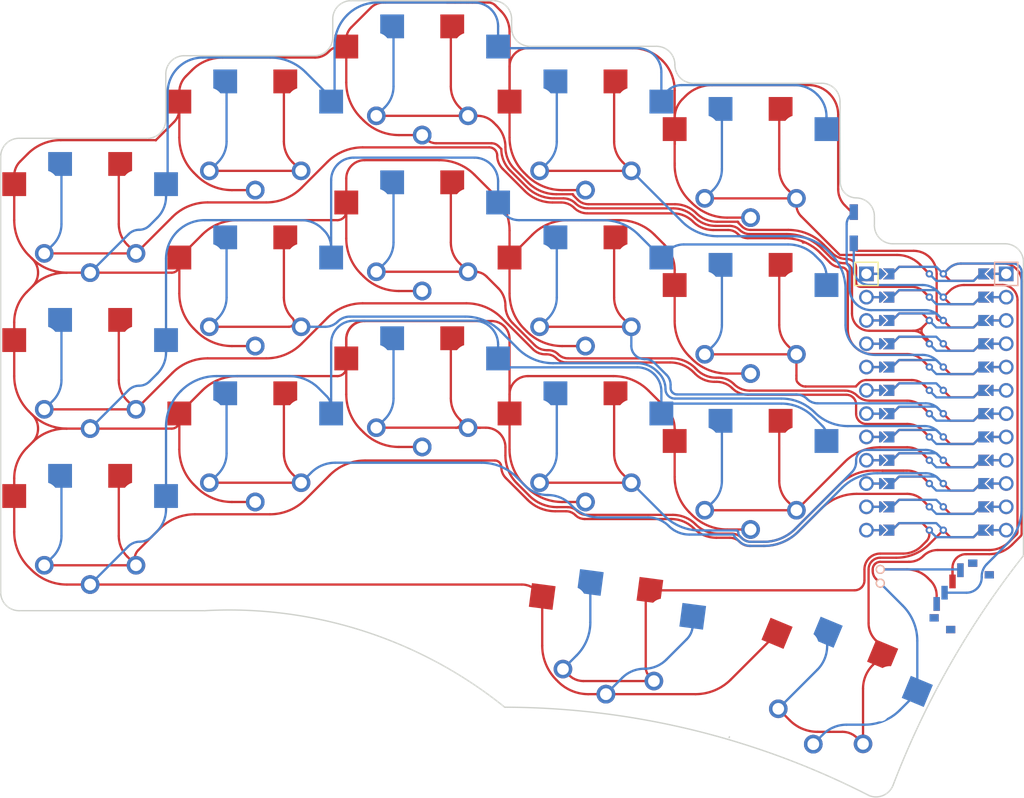
<source format=kicad_pcb>
(kicad_pcb (version 20211014) (generator pcbnew)
  (title_block (title "lazy_ferris") (rev "v1.0.0") (company "Unknown"))
  (layers (0 "F.Cu" signal) (31 "B.Cu" signal) (34 "B.Paste" user) (35 "F.Paste" user) (36 "B.SilkS" user "B.Silkscreen") (37 "F.SilkS" user "F.Silkscreen") (38 "B.Mask" user) (39 "F.Mask" user) (44 "Edge.Cuts" user))
  (net 0 "")
  (net 1 "P8")
  (net 2 "GND")
  (net 3 "P5")
  (net 4 "P2")
  (net 5 "P14")
  (net 6 "P18")
  (net 7 "P20")
  (net 8 "P7")
  (net 9 "P4")
  (net 10 "P0")
  (net 11 "P15")
  (net 12 "P19")
  (net 13 "P21")
  (net 14 "P6")
  (net 15 "P3")
  (net 16 "P1")
  (net 17 "P9")
  (net 18 "P10")
  (net 19 "RAW")
  (net 20 "RST")
  (net 21 "VCC")
  (net 22 "P16")
  (net 23 "pos")
  (footprint "lib:bat" (layer "F.Cu") (at 104.14 5)
    (fp_text reference "")
    (fp_text value "")
  )
  (footprint "PG1350" (layer "F.Cu") (at 72 -43 180)
    (fp_text reference "S24" hide)
    (fp_text value "" hide)
  )
  (footprint "PG1350" (layer "F.Cu") (at 90 -6 180)
    (fp_text reference "S26" hide)
    (fp_text value "" hide)
  )
  (footprint "PG1350" (layer "F.Cu") (at 75 12 172.5)
    (fp_text reference "S32" hide)
    (fp_text value "" hide)
  )
  (footprint "PG1350" (layer "F.Cu") (at 54.2 -15)
    (fp_text reference "S13" hide)
    (fp_text value "" hide)
  )
  (footprint "PG1350" (layer "F.Cu") (at 75 12 -7.5)
    (fp_text reference "S31" hide)
    (fp_text value "" hide)
  )
  (footprint "PG1350" (layer "F.Cu") (at 54.2 -15 180)
    (fp_text reference "S14" hide)
    (fp_text value "" hide)
  )
  (footprint "PG1350" (layer "F.Cu") (at 54.2 -49)
    (fp_text reference "S17" hide)
    (fp_text value "" hide)
  )
  (footprint "PG1350" (layer "F.Cu") (at 90 -6)
    (fp_text reference "S25" hide)
    (fp_text value "" hide)
  )
  (footprint "ProMicro" (layer "F.Cu") (at 110.25 -14 -90)
    (fp_text reference "MCU1" hide)
    (fp_text value "")
  )
  (footprint "PG1350" (layer "F.Cu") (at 36 -43 180)
    (fp_text reference "S12" hide)
    (fp_text value "" hide)
  )
  (footprint "PG1350" (layer "F.Cu") (at 36 -9)
    (fp_text reference "S7" hide)
    (fp_text value "" hide)
  )
  (footprint "PG1350" (layer "F.Cu") (at 18 -34 180)
    (fp_text reference "S6" hide)
    (fp_text value "" hide)
  )
  (footprint "PG1350" (layer "F.Cu") (at 72 -9)
    (fp_text reference "S19" hide)
    (fp_text value "" hide)
  )
  (footprint "PG1350" (layer "F.Cu") (at 99.094915 17.848125 157.5)
    (fp_text reference "S34" hide)
    (fp_text value "" hide)
  )
  (footprint "PG1350" (layer "F.Cu") (at 18 0 180)
    (fp_text reference "S2" hide)
    (fp_text value "" hide)
  )
  (footprint "PG1350" (layer "F.Cu") (at 36 -26 180)
    (fp_text reference "S10" hide)
    (fp_text value "" hide)
  )
  (footprint "Button_Switch_SMD:SW_SPDT_PCM12" (layer "F.Cu") (at 112.75 7 54.8)
    (fp_text reference "")
    (fp_text value "")
  )
  (footprint "PG1350" (layer "F.Cu") (at 36 -9 180)
    (fp_text reference "S8" hide)
    (fp_text value "" hide)
  )
  (footprint "PG1350" (layer "F.Cu") (at 54.2 -49 180)
    (fp_text reference "S18" hide)
    (fp_text value "" hide)
  )
  (footprint "PG1350" (layer "F.Cu") (at 18 -17 180)
    (fp_text reference "S4" hide)
    (fp_text value "" hide)
  )
  (footprint "PG1350" (layer "F.Cu") (at 18 -17)
    (fp_text reference "S3" hide)
    (fp_text value "" hide)
  )
  (footprint "PG1350" (layer "F.Cu") (at 72 -9 180)
    (fp_text reference "S20" hide)
    (fp_text value "" hide)
  )
  (footprint "PG1350" (layer "F.Cu") (at 54.2 -32)
    (fp_text reference "S15" hide)
    (fp_text value "" hide)
  )
  (footprint "PG1350" (layer "F.Cu") (at 90 -23 180)
    (fp_text reference "S28" hide)
    (fp_text value "" hide)
  )
  (footprint "Button_Switch_SMD:SW_SPST_B3U-1000P" (layer "F.Cu") (at 101.25 -33 -90)
    (fp_text reference "")
    (fp_text value "")
  )
  (footprint "PG1350" (layer "F.Cu") (at 18 0)
    (fp_text reference "S1" hide)
    (fp_text value "" hide)
  )
  (footprint "PG1350" (layer "F.Cu") (at 36 -43)
    (fp_text reference "S11" hide)
    (fp_text value "" hide)
  )
  (footprint "PG1350" (layer "F.Cu") (at 72 -26 180)
    (fp_text reference "S22" hide)
    (fp_text value "" hide)
  )
  (footprint "PG1350" (layer "F.Cu") (at 90 -40 180)
    (fp_text reference "S30" hide)
    (fp_text value "" hide)
  )
  (footprint "PG1350" (layer "F.Cu") (at 99.094915 17.848125 -22.5)
    (fp_text reference "S33" hide)
    (fp_text value "" hide)
  )
  (footprint "PG1350" (layer "F.Cu") (at 90 -23)
    (fp_text reference "S27" hide)
    (fp_text value "" hide)
  )
  (footprint "PG1350" (layer "F.Cu") (at 54.2 -32 180)
    (fp_text reference "S16" hide)
    (fp_text value "" hide)
  )
  (footprint "PG1350" (layer "F.Cu") (at 72 -26)
    (fp_text reference "S21" hide)
    (fp_text value "" hide)
  )
  (footprint "PG1350" (layer "F.Cu") (at 36 -26)
    (fp_text reference "S9" hide)
    (fp_text value "" hide)
  )
  (footprint "PG1350" (layer "F.Cu") (at 18 -34)
    (fp_text reference "S5" hide)
    (fp_text value "" hide)
  )
  (footprint "PG1350" (layer "F.Cu") (at 90 -40)
    (fp_text reference "S29" hide)
    (fp_text value "" hide)
  )
  (footprint "PG1350" (layer "F.Cu") (at 72 -43)
    (fp_text reference "S23" hide)
    (fp_text value "" hide)
  )
  (gr_arc (start 10.25 8.75) (mid 8.835786 8.164214) (end 8.25 6.75) (layer "Edge.Cuts") (width 0.15))
  (gr_arc (start 8.25 -40.75) (mid 8.835786 -42.164214) (end 10.25 -42.75) (layer "Edge.Cuts") (width 0.15))
  (gr_arc (start 97.75 -48.75) (mid 99.164214 -48.164214) (end 99.75 -46.75) (layer "Edge.Cuts") (width 0.15))
  (gr_line (start 105.5 -31.25) (end 117.75 -31.25) (layer "Edge.Cuts") (width 0.15))
  (gr_arc (start 101.5 -36.25) (mid 100.258656 -36.800412) (end 99.7712 -38.0678) (layer "Edge.Cuts") (width 0.15))
  (gr_line (start 103.5 -34.25) (end 103.5 -33.25) (layer "Edge.Cuts") (width 0.15))
  (gr_arc (start 79.75 -52.775) (mid 81.164214 -52.189214) (end 81.75 -50.775) (layer "Edge.Cuts") (width 0.15))
  (gr_arc (start 105.519627 27.815475) (mid 111.6831 14.742424) (end 119.75 2.75) (layer "Edge.Cuts") (width 0.15))
  (gr_line (start 10.25 8.75) (end 30.48 8.75) (layer "Edge.Cuts") (width 0.15))
  (gr_arc (start 63.199863 19.271986) (mid 83.622652 21.735881) (end 102.906502 28.897868) (layer "Edge.Cuts") (width 0.15))
  (gr_arc (start 26.25 -44.75) (mid 25.664214 -43.335786) (end 24.25 -42.75) (layer "Edge.Cuts") (width 0.15))
  (gr_line (start 81.75 -50.775) (end 81.75 -50.75) (layer "Edge.Cuts") (width 0.15))
  (gr_line (start 83.75 -48.75) (end 97.75 -48.75) (layer "Edge.Cuts") (width 0.15))
  (gr_line (start 10.25 -42.75) (end 24.25 -42.75) (layer "Edge.Cuts") (width 0.15))
  (gr_line (start 44.45 -53.75) (end 44.45 -55.75) (layer "Edge.Cuts") (width 0.15))
  (gr_line (start 99.7712 -38.0678) (end 99.75 -46.75) (layer "Edge.Cuts") (width 0.15))
  (gr_line (start 46.45 -57.75) (end 61.95 -57.75) (layer "Edge.Cuts") (width 0.15))
  (gr_arc (start 65.95 -52.775) (mid 64.535786 -53.360786) (end 63.95 -54.775) (layer "Edge.Cuts") (width 0.15))
  (gr_arc (start 61.95 -57.75) (mid 63.364214 -57.164214) (end 63.95 -55.75) (layer "Edge.Cuts") (width 0.15))
  (gr_arc (start 26.25 -49.75) (mid 26.835786 -51.164214) (end 28.25 -51.75) (layer "Edge.Cuts") (width 0.15))
  (gr_arc (start 105.5 -31.25) (mid 104.085786 -31.835786) (end 103.5 -33.25) (layer "Edge.Cuts") (width 0.15))
  (gr_line (start 26.25 -44.75) (end 26.25 -49.75) (layer "Edge.Cuts") (width 0.15))
  (gr_line (start 63.95 -55.75) (end 63.95 -54.775) (layer "Edge.Cuts") (width 0.15))
  (gr_arc (start 105.519627 27.815475) (mid 104.437235 28.897867) (end 102.906502 28.897868) (layer "Edge.Cuts") (width 0.15))
  (gr_arc (start 83.75 -48.75) (mid 82.335786 -49.335786) (end 81.75 -50.75) (layer "Edge.Cuts") (width 0.15))
  (gr_line (start 28.25 -51.75) (end 42.45 -51.75) (layer "Edge.Cuts") (width 0.15))
  (gr_line (start 119.75 2.75) (end 119.75 -29.25) (layer "Edge.Cuts") (width 0.15))
  (gr_line (start 87.698249 22.49726) (end 87.662489 22.583591) (layer "Edge.Cuts") (width 0.15))
  (gr_line (start 8.25 6.75) (end 8.25 -40.75) (layer "Edge.Cuts") (width 0.15))
  (gr_arc (start 117.75 -31.25) (mid 119.164214 -30.664214) (end 119.75 -29.25) (layer "Edge.Cuts") (width 0.15))
  (gr_arc (start 30.48 8.75) (mid 47.817336 10.971604) (end 63.199863 19.271986) (layer "Edge.Cuts") (width 0.15))
  (gr_arc (start 101.5 -36.25) (mid 102.914214 -35.664214) (end 103.5 -34.25) (layer "Edge.Cuts") (width 0.15))
  (gr_line (start 65.95 -52.775) (end 79.75 -52.775) (layer "Edge.Cuts") (width 0.15))
  (gr_arc (start 44.45 -53.75) (mid 43.864214 -52.335786) (end 42.45 -51.75) (layer "Edge.Cuts") (width 0.15))
  (gr_arc (start 44.45 -55.75) (mid 45.035786 -57.164214) (end 46.45 -57.75) (layer "Edge.Cuts") (width 0.15))
  (segment (start 21.124999 0.599173) (end 21.124999 -5.799999) (width 0.25) (layer "F.Cu") (net 1))
  (segment (start 68.708945 -2.09) (end 69.878628 -2.09) (width 0.25) (layer "F.Cu") (net 1))
  (segment (start 22.531249 3.331249) (end 22.062499 2.862499) (width 0.25) (layer "F.Cu") (net 1))
  (segment (start 29.412963 -1.759) (end 37.605036 -1.759) (width 0.25) (layer "F.Cu") (net 1))
  (segment (start 44.126207 -6.026207) (end 41.452792 -3.352792) (width 0.25) (layer "F.Cu") (net 1))
  (segment (start 22.337086 3.8) (end 13 3.8) (width 0.25) (layer "F.Cu") (net 1))
  (segment (start 25.565206 -0.165207) (end 23.255979 2.14402) (width 0.25) (layer "F.Cu") (net 1))
  (segment (start 86.27577 0.8) (end 87.73711 0.799999) (width 0.25) (layer "F.Cu") (net 1))
  (segment (start 97.724063 -2.391207) (end 95.191733 0.141123) (width 0.25) (layer "F.Cu") (net 1))
  (segment (start 108.7805 -3.2775) (end 109.488 -2.57) (width 0.25) (layer "F.Cu") (net 1))
  (segment (start 89.888175 1.690999) (end 91.45 1.690999) (width 0.25) (layer "F.Cu") (net 1))
  (segment (start 65.690442 -3.340304) (end 63.325013 -5.705732) (width 0.25) (layer "F.Cu") (net 1))
  (segment (start 62.117873 -7.62) (end 47.973963 -7.62) (width 0.25) (layer "F.Cu") (net 1))
  (segment (start 71.922085 -1.243572) (end 81.342151 -1.243572) (width 0.25) (layer "F.Cu") (net 1))
  (segment (start 107.072443 -3.985) (end 101.57182 -3.985) (width 0.25) (layer "F.Cu") (net 1))
  (arc (start 91.45 1.690999) (mid 93.475011 1.288199) (end 95.191733 0.141123) (width 0.25) (layer "F.Cu") (net 1))
  (arc (start 97.724063 -2.391207) (mid 99.489429 -3.570786) (end 101.57182 -3.985) (width 0.25) (layer "F.Cu") (net 1))
  (arc (start 62.117873 -7.62) (mid 62.617887 -7.412887) (end 62.825 -6.912873) (width 0.25) (layer "F.Cu") (net 1))
  (arc (start 47.973963 -7.62) (mid 45.891572 -7.205786) (end 44.126207 -6.026207) (width 0.25) (layer "F.Cu") (net 1))
  (arc (start 107.072443 -3.985) (mid 107.996836 -3.801126) (end 108.7805 -3.2775) (width 0.25) (layer "F.Cu") (net 1))
  (arc (start 68.708945 -2.09) (mid 67.075343 -2.414943) (end 65.690442 -3.340304) (width 0.25) (layer "F.Cu") (net 1))
  (arc (start 88.812643 1.2455) (mid 89.306101 1.575218) (end 89.888175 1.690999) (width 0.25) (layer "F.Cu") (net 1))
  (arc (start 71.922085 -1.243572) (mid 71.369129 -1.353561) (end 70.900357 -1.666786) (width 0.25) (layer "F.Cu") (net 1))
  (arc (start 37.605036 -1.759) (mid 39.687426 -2.173213) (end 41.452792 -3.352792) (width 0.25) (layer "F.Cu") (net 1))
  (arc (start 21.124999 0.599173) (mid 21.368647 1.824076) (end 22.062499 2.862499) (width 0.25) (layer "F.Cu") (net 1))
  (arc (start 70.900357 -1.666786) (mid 70.431583 -1.98001) (end 69.878628 -2.09) (width 0.25) (layer "F.Cu") (net 1))
  (arc (start 25.565206 -0.165207) (mid 27.330572 -1.344786) (end 29.412963 -1.759) (width 0.25) (layer "F.Cu") (net 1))
  (arc (start 23.255979 2.14402) (mid 22.962911 2.582627) (end 22.86 3.1) (width 0.25) (layer "F.Cu") (net 1))
  (arc (start 63.325013 -5.705732) (mid 62.954949 -6.259573) (end 62.825 -6.912873) (width 0.25) (layer "F.Cu") (net 1))
  (arc (start 87.73711 0.799999) (mid 88.319184 0.915781) (end 88.812643 1.2455) (width 0.25) (layer "F.Cu") (net 1))
  (arc (start 81.342151 -1.243572) (mid 82.677179 -0.978018) (end 83.808961 -0.221785) (width 0.25) (layer "F.Cu") (net 1))
  (arc (start 83.808961 -0.221785) (mid 84.940742 0.534446) (end 86.27577 0.8) (width 0.25) (layer "F.Cu") (net 1))
  (segment (start 13.9375 2.862499) (end 13 3.8) (width 0.25) (layer "B.Cu") (net 1))
  (segment (start 14.875001 0.599173) (end 14.875001 -5.799999) (width 0.25) (layer "B.Cu") (net 1))
  (arc (start 14.875001 0.599173) (mid 14.631352 1.824076) (end 13.9375 2.862499) (width 0.25) (layer "B.Cu") (net 1))
  (segment (start 87.457502 -34.1) (end 90 -34.1) (width 0.25) (layer "F.Cu") (net 2))
  (segment (start 9.725 -22.68573) (end 9.725 -20.75) (width 0.25) (layer "F.Cu") (net 2))
  (segment (start 109.282939 -20.845061) (end 108.822969 -21.30503) (width 0.25) (layer "F.Cu") (net 2))
  (segment (start 65.609745 -4.693792) (end 65.318792 -4.984746) (width 0.25) (layer "F.Cu") (net 2))
  (segment (start 61.275706 -57.55) (end 61.409056 -57.55) (width 0.25) (layer "F.Cu") (net 2))
  (segment (start 27.725 -8.832502) (end 27.725 -12.3375) (width 0.25) (layer "F.Cu") (net 2))
  (segment (start 63.725 -14.825002) (end 63.725 -12.75) (width 0.25) (layer "F.Cu") (net 2))
  (segment (start 15.457502 -28.1) (end 18 -28.1) (width 0.25) (layer "F.Cu") (net 2))
  (segment (start 81.725 -39.832502) (end 81.725 -40.022559) (width 0.25) (layer "F.Cu") (net 2))
  (segment (start 28.448016 -49.518016) (end 29.1025 -50.1725) (width 0.25) (layer "F.Cu") (net 2))
  (segment (start 107.282416 3.425) (end 107.249198 3.425) (width 0.25) (layer "F.Cu") (net 2))
  (segment (start 60.48375 -57.55) (end 60.325 -57.55) (width 0.25) (layer "F.Cu") (net 2))
  (segment (start 33.457502 -20.1) (end 36 -20.1) (width 0.25) (layer "F.Cu") (net 2))
  (segment (start 63.725 -54.363024) (end 63.725 -46.75) (width 0.25) (layer "F.Cu") (net 2))
  (segment (start 9.725 0.167497) (end 9.725 -3.75) (width 0.25) (layer "F.Cu") (net 2))
  (segment (start 69.457502 -3.1) (end 72 -3.1) (width 0.25) (layer "F.Cu") (net 2))
  (segment (start 81.725 -26.75) (end 81.725 -22.832502) (width 0.25) (layer "F.Cu") (net 2))
  (segment (start 118.197154 1.233835) (end 118.982977 0.448013) (width 0.25) (layer "F.Cu") (net 2))
  (segment (start 87.457502 -0.1) (end 90 -0.1) (width 0.25) (layer "F.Cu") (net 2))
  (segment (start 61.275706 -57.55) (end 61.009006 -57.55) (width 0.25) (layer "F.Cu") (net 2))
  (segment (start 15.457502 -11.1) (end 18 -11.1) (width 0.25) (layer "F.Cu") (net 2))
  (segment (start 11.609746 4.306207) (end 11.318792 4.015253) (width 0.25) (layer "F.Cu") (net 2))
  (segment (start 47.924998 -40.364999) (end 56.056037 -40.364999) (width 0.25) (layer "F.Cu") (net 2))
  (segment (start 74.229895 17.849525) (end 83.998257 17.849525) (width 0.25) (layer "F.Cu") (net 2))
  (segment (start 25.168534 -42.54584) (end 27.142452 -44.519758) (width 0.25) (layer "F.Cu") (net 2))
  (segment (start 67.285267 12.557983) (end 67.285267 8.122615) (width 0.25) (layer "F.Cu") (net 2))
  (segment (start 60.510941 -57.55) (end 60.089998 -57.55) (width 0.25) (layer "F.Cu") (net 2))
  (segment (start 11.789326 -26.685787) (end 11.093768 -25.990229) (width 0.25) (layer "F.Cu") (net 2))
  (segment (start 27.725 -25.832502) (end 27.725 -29.3375) (width 0.25) (layer "F.Cu") (net 2))
  (segment (start 51.657502 -43.1) (end 53.569967 -43.1) (width 0.25) (layer "F.Cu") (net 2))
  (segment (start 101.055 -23.658196) (end 101.055 -28.282684) (width 0.25) (layer "F.Cu") (net 2))
  (segment (start 47.809746 -10.693792) (end 47.518792 -10.984745) (width 0.25) (layer "F.Cu") (net 2))
  (segment (start 99.55 -45.320346) (end 99.55 -37.204593) (width 0.25) (layer "F.Cu") (net 2))
  (segment (start 63.725 -42.832502) (end 63.725 -46.75) (width 0.25) (layer "F.Cu") (net 2))
  (segment (start 81.725 -42.113195) (end 81.725 -40.022559) (width 0.25) (layer "F.Cu") (net 2))
  (segment (start 63.725 -12.75) (end 63.725 -8.832502) (width 0.25) (layer "F.Cu") (net 2))
  (segment (start 81.725 -43.732036) (end 81.725 -44.9575) (width 0.25) (layer "F.Cu") (net 2))
  (segment (start 11.609746 -12.693792) (end 11.318792 -12.984745) (width 0.25) (layer "F.Cu") (net 2))
  (segment (start 59.669055 -57.55) (end 59.248112 -57.55) (width 0.25) (layer "F.Cu") (net 2))
  (segment (start 47.924998 -22.825001) (end 61.752182 -22.825001) (width 0.25) (layer "F.Cu") (net 2))
  (segment (start 63.725 -32.696036) (end 63.725 -29.75) (width 0.25) (layer "F.Cu") (net 2))
  (segment (start 83.609745 -35.693792) (end 83.318792 -35.984746) (width 0.25) (layer "F.Cu") (net 2))
  (segment (start 32.428079 -51.55) (end 42.524165 -51.55) (width 0.25) (layer "F.Cu") (net 2))
  (segment (start 55.721032 -42.209) (end 61.751866 -42.209) (width 0.25) (layer "F.Cu") (net 2))
  (segment (start 108.822969 -22.224969) (end 109.488 -22.89) (width 0.25) (layer "F.Cu") (net 2))
  (segment (start 9.725 -36.38125) (end 9.725 -33.832502) (width 0.25) (layer "F.Cu") (net 2))
  (segment (start 119.1 -25.11004) (end 119.1 0.090001) (width 0.25) (layer "F.Cu") (net 2))
  (segment (start 60.80125 -57.55) (end 60.96 -57.55) (width 0.25) (layer "F.Cu") (net 2))
  (segment (start 59.248112 -57.55) (end 56.871359 -57.55) (width 0.25) (layer "F.Cu") (net 2))
  (segment (start 63.725 -46.75) (end 63.725 -50.575001) (width 0.25) (layer "F.Cu") (net 2))
  (segment (start 81.725 -9.75) (end 81.725 -5.832502) (width 0.25) (layer "F.Cu") (net 2))
  (segment (start 27.725 -46.338076) (end 27.725 -42.832502) (width 0.25) (layer "F.Cu") (net 2))
  (segment (start 96.320346 -48.55) (end 85.796449 -48.55) (width 0.25) (layer "F.Cu") (net 2))
  (segment (start 93.933475 -32.309) (end 89.888175 -32.309) (width 0.25) (layer "F.Cu") (net 2))
  (segment (start 45.925 -14.832502) (end 45.925 -18.26875) (width 0.25) (layer "F.Cu") (net 2))
  (segment (start 44.094581 -52.271887) (end 43.972694 -52.15) (width 0.25) (layer "F.Cu") (net 2))
  (segment (start 30.206208 -15.231208) (end 28.016681 -13.041681) (width 0.25) (layer "F.Cu") (net 2))
  (segment (start 59.69 -57.55) (end 59.055 -57.55) (width 0.25) (layer "F.Cu") (net 2))
  (segment (start 44.9625 -33.825001) (end 34.053964 -33.825001) (width 0.25) (layer "F.Cu") (net 2))
  (segment (start 74.229895 17.849525) (end 72.307437 17.849525) (width 0.25) (layer "F.Cu") (net 2))
  (segment (start 49.9875 -57.55) (end 50.190625 -57.55) (width 0.25) (layer "F.Cu") (net 2))
  (segment (start 66.206208 -32.231208) (end 63.725 -29.75) (width 0.25) (layer "F.Cu") (net 2))
  (segment (start 59.055 -57.55) (end 58.42 -57.55) (width 0.25) (layer "F.Cu") (net 2))
  (segment (start 33.457502 -37.1) (end 36 -37.1) (width 0.25) (layer "F.Cu") (net 2))
  (segment (start 62.175643 -57.232468) (end 62.791556 -56.616556) (width 0.25) (layer "F.Cu") (net 2))
  (segment (start 47.518792 -44.984745) (end 47.809746 -44.693792) (width 0.25) (layer "F.Cu") (net 2))
  (segment (start 116.017494 2.136681) (end 110.392694 2.136681) (width 0.25) (layer "F.Cu") (net 2))
  (segment (start 45.925 -20.860001) (end 45.925 -19.23125) (width 0.25) (layer "F.Cu") (net 2))
  (segment (start 81.725 -44.921572) (end 81.725 -44.9575) (width 0.25) (layer "F.Cu") (net 2))
  (segment (start 11.2125 -41.0625) (end 10.370234 -40.220234) (width 0.25) (layer "F.Cu") (net 2))
  (segment (start 81.725 -43.732036) (end 81.725 -42.113195) (width 0.25) (layer "F.Cu") (net 2))
  (segment (start 83.609745 -1.693792) (end 83.318792 -1.984746) (width 0.25) (layer "F.Cu") (net 2))
  (segment (start 75.036036 -16.825001) (end 65.724998 -16.825001) (width 0.25) (layer "F.Cu") (net 2))
  (segment (start 60.80125 -57.55) (end 60.48375 -57.55) (width 0.25) (layer "F.Cu") (net 2))
  (segment (start 26.9 -11.1) (end 18 -11.1) (width 0.25) (layer "F.Cu") (net 2))
  (segment (start 9.725 -37.29375) (end 9.725 -36.38125) (width 0.25) (layer "F.Cu") (net 2))
  (segment (start 44.9625 -16.825001) (end 34.053964 -16.825001) (width 0.25) (layer "F.Cu") (net 2))
  (segment (start 98.761225 -29.729142) (end 97.770868 -30.7195) (width 0.25) (layer "F.Cu") (net 2))
  (segment (start 87.457502 -17.1) (end 90 -17.1) (width 0.25) (layer "F.Cu") (net 2))
  (segment (start 77.128307 -52.575) (end 65.724998 -52.575) (width 0.25) (layer "F.Cu") (net 2))
  (segment (start 15.457502 5.9) (end 18 5.9) (width 0.25) (layer "F.Cu") (net 2))
  (segment (start 113.272209 -26.754) (end 117.45604 -26.754) (width 0.25) (layer "F.Cu") (net 2))
  (segment (start 59.903793 -38.771206) (end 62.131207 -36.543792) (width 0.25) (layer "F.Cu") (net 2))
  (segment (start 83.609745 -18.693792) (end 83.318792 -18.984746) (width 0.25) (layer "F.Cu") (net 2))
  (segment (start 29.609746 -21.693792) (end 29.318792 -21.984745) (width 0.25) (layer "F.Cu") (net 2))
  (segment (start 46.473007 -54.848007) (end 48.600475 -56.975475) (width 0.25) (layer "F.Cu") (net 2))
  (segment (start 47.809746 -27.693792) (end 47.518792 -27.984745) (width 0.25) (layer "F.Cu") (net 2))
  (segment (start 58.42 -57.55) (end 57.785 -57.55) (width 0.25) (layer "F.Cu") (net 2))
  (segment (start 60.089998 -57.55) (end 59.669055 -57.55) (width 0.25) (layer "F.Cu") (net 2))
  (segment (start 9.725 -20.75) (end 9.725 -16.832502) (width 0.25) (layer "F.Cu") (net 2))
  (segment (start 45.925 -52.15) (end 45.925 -48.832502) (width 0.25) (layer "F.Cu") (net 2))
  (segment (start 45.925 -20.825002) (end 45.925 -19.23125) (width 0.25) (layer "F.Cu") (net 2))
  (segment (start 104.139998 3.425) (end 107.249198 3.425) (width 0.25) (layer "F.Cu") (net 2))
  (segment (start 60.325 -57.55) (end 59.69 -57.55) (width 0.25) (layer "F.Cu") (net 2))
  (segment (start 45.925 -38.365) (end 45.925 -36.7125) (width 0.25) (layer "F.Cu") (net 2))
  (segment (start 82.578831 -47.018831) (end 82.9175 -47.3575) (width 0.25) (layer "F.Cu") (net 2))
  (segment (start 29.609746 -38.693792) (end 29.318792 -38.984745) (width 0.25) (layer "F.Cu") (net 2))
  (segment (start 33.457502 -3.1) (end 36 -3.1) (width 0.25) (layer "F.Cu") (net 2))
  (segment (start 11.789326 -9.685787) (end 11.093768 -8.990229) (width 0.25) (layer "F.Cu") (net 2))
  (segment (start 81.725 -42.113195) (end 81.725 -43.714072) (width 0.25) (layer "F.Cu") (net 2))
  (segment (start 70.053964 -33.825001) (end 75.681035 -33.825001) (width 0.25) (layer "F.Cu") (net 2))
  (segment (start 87.73711 -33.2) (end 86.18132 -33.2) (width 0.25) (layer "F.Cu") (net 2))
  (segment (start 51.657502 -26.1) (end 54.2 -26.1) (width 0.25) (layer "F.Cu") (net 2))
  (segment (start 51.657502 -9.1) (end 54.2 -9.1) (width 0.25) (layer "F.Cu") (net 2))
  (segment (start 100.283578 -35.433578) (end 101.017157 -34.7) (width 0.25) (layer "F.Cu") (net 2))
  (segment (start 65.580442 -37.450304) (end 63.797007 -39.233739) (width 0.25) (layer "F.Cu") (net 2))
  (segment (start 103.315 4.416636) (end 103.315 4.249998) (width 0.25) (layer "F.Cu") (net 2))
  (segment (start 25.166454 -42.54792) (end 25.168534 -42.54584) (width 0.25) (layer "F.Cu") (net 2))
  (segment (start 65.609745 -21.693792) (end 65.318792 -21.984746) (width 0.25) (layer "F.Cu") (net 2))
  (segment (start 25.161432 -42.55) (end 14.803642 -42.55) (width 0.25) (layer "F.Cu") (net 2))
  (segment (start 26.9 -28.1) (end 18 -28.1) (width 0.25) (layer "F.Cu") (net 2))
  (segment (start 62.510686 -41.894686) (end 62.825 -41.580373) (width 0.25) (layer "F.Cu") (net 2))
  (segment (start 81.725 -47.978307) (end 81.725 -44.9575) (width 0.25) (layer "F.Cu") (net 2))
  (segment (start 72.227889 -35.11) (end 81.570173 -35.11) (width 0.25) (layer "F.Cu") (net 2))
  (segment (start 80.791618 -13.323382) (end 78.883792 -15.231207) (width 0.25) (layer "F.Cu") (net 2))
  (segment (start 102.948196 -21.765) (end 107.712504 -21.765) (width 0.25) (layer "F.Cu") (net 2))
  (segment (start 69.457502 -37.1) (end 72 -37.1) (width 0.25) (layer "F.Cu") (net 2))
  (segment (start 29.609746 -4.693792) (end 29.318792 -4.984745) (width 0.25) (layer "F.Cu") (net 2))
  (segment (start 111.674 -26.092) (end 111.012 -25.43) (width 0.25) (layer "F.Cu") (net 2))
  (segment (start 69.596396 -36.2) (end 68.598945 -36.2) (width 0.25) (layer "F.Cu") (net 2))
  (segment (start 69.457502 -20.1) (end 72 -20.1) (width 0.25) (layer "F.Cu") (net 2))
  (segment (start 65.062651 5.9) (end 18 5.9) (width 0.25) (layer "F.Cu") (net 2))
  (segment (start 87.846013 16.255732) (end 92.162437 11.939308) (width 0.25) (layer "F.Cu") (net 2))
  (segment (start 81.725 -11.07) (end 81.725 -9.75) (width 0.25) (layer "F.Cu") (net 2))
  (segment (start 79.528791 -32.231207) (end 80.563577 -31.196422) (width 0.25) (layer "F.Cu") (net 2))
  (segment (start 60.931884 -57.55) (end 60.510941 -57.55) (width 0.25) (layer "F.Cu") (net 2))
  (segment (start 81.725 -28.3925) (end 81.725 -26.75) (width 0.25) (layer "F.Cu") (net 2))
  (segment (start 61.009006 -57.55) (end 60.931884 -57.55) (width 0.25) (layer "F.Cu") (net 2))
  (segment (start 50.190625 -57.55) (end 57.785 -57.55) (width 0.25) (layer "F.Cu") (net 2))
  (segment (start 30.206208 -32.231208) (end 28.016681 -30.041681) (width 0.25) (layer "F.Cu") (net 2))
  (segment (start 45.925 -35.26875) (end 45.925 -31.832502) (width 0.25) (layer "F.Cu") (net 2))
  (segment (start 69.025597 16.490142) (end 68.835123 16.299668) (width 0.25) (layer "F.Cu") (net 2))
  (segment (start 63.725 -20.852183) (end 63.725 -12.75) (width 0.25) (layer "F.Cu") (net 2))
  (segment (start 9.725 -5.68573) (end 9.725 -3.75) (width 0.25) (layer "F.Cu") (net 2))
  (segment (start 65.609745 -38.693792) (end 65.318792 -38.984746) (width 0.25) (layer "F.Cu") (net 2))
  (segment (start 11.318792 -29.984745) (end 11.609746 -29.693792) (width 0.25) (layer "F.Cu") (net 2))
  (segment (start 103.674467 5.284467) (end 104.14 5.75) (width 0.25) (layer "F.Cu") (net 2))
  (segment (start 63.725 -29.75) (end 63.725 -25.832502) (width 0.25) (layer "F.Cu") (net 2))
  (arc (start 9.725 -5.68573) (mid 10.080731 -7.474112) (end 11.093768 -8.990229) (width 0.25) (layer "F.Cu") (net 2))
  (arc (start 15.457502 -28.1) (mid 13.421782 -27.732458) (end 11.789326 -26.685787) (width 0.25) (layer "F.Cu") (net 2))
  (arc (start 9.725 0.167497) (mid 10.139213 2.249887) (end 11.318792 4.015253) (width 0.25) (layer "F.Cu") (net 2))
  (arc (start 83.318792 -18.984746) (mid 82.139213 -20.750111) (end 81.725 -22.832502) (width 0.25) (layer "F.Cu") (net 2))
  (arc (start 98.761225 -29.729142) (mid 99.424866 -29.285711) (end 100.207684 -29.13) (width 0.25) (layer "F.Cu") (net 2))
  (arc (start 27.725 -45.926153) (mid 27.5736 -45.165017) (end 27.142452 -44.519758) (width 0.25) (layer "F.Cu") (net 2))
  (arc (start 87.73711 -33.2) (mid 88.319184 -33.084218) (end 88.812643 -32.7545) (width 0.25) (layer "F.Cu") (net 2))
  (arc (start 93.933475 -32.309) (mid 96.010257 -31.895902) (end 97.770868 -30.7195) (width 0.25) (layer "F.Cu") (net 2))
  (arc (start 26.9 -28.1) (mid 27.483363 -28.341636) (end 27.725 -28.925) (width 0.25) (layer "F.Cu") (net 2))
  (arc (start 15.457502 -11.1) (mid 13.375111 -11.514213) (end 11.609746 -12.693792) (width 0.25) (layer "F.Cu") (net 2))
  (arc (start 45.248847 -52.75) (mid 44.624162 -52.625742) (end 44.094581 -52.271887) (width 0.25) (layer "F.Cu") (net 2))
  (arc (start 119.1 0.165495) (mid 119.069586 0.318393) (end 118.982977 0.448013) (width 0.25) (layer "F.Cu") (net 2))
  (arc (start 45.925 -31.832502) (mid 46.339213 -29.750111) (end 47.518792 -27.984745) (width 0.25) (layer "F.Cu") (net 2))
  (arc (start 65.580442 -37.450304) (mid 66.965343 -36.524943) (end 68.598945 -36.2) (width 0.25) (layer "F.Cu") (net 2))
  (arc (start 65.318792 -21.984746) (mid 64.139213 -23.750111) (end 63.725 -25.832502) (width 0.25) (layer "F.Cu") (net 2))
  (arc (start 47.809746 -10.693792) (mid 49.575111 -9.514213) (end 51.657502 -9.1) (width 0.25) (layer "F.Cu") (net 2))
  (arc (start 43.972694 -52.15) (mid 43.308103 -51.705934) (end 42.524165 -51.55) (width 0.25) (layer "F.Cu") (net 2))
  (arc (start 107.712504 -21.765) (mid 108.313483 -21.645457) (end 108.822969 -21.30503) (width 0.25) (layer "F.Cu") (net 2))
  (arc (start 88.812643 -32.7545) (mid 89.306101 -32.424781) (end 89.888175 -32.309) (width 0.25) (layer "F.Cu") (net 2))
  (arc (start 30.206208 -15.231208) (mid 31.971573 -16.410787) (end 34.053964 -16.825001) (width 0.25) (layer "F.Cu") (net 2))
  (arc (start 45.925 -34.7875) (mid 45.64309 -34.10691) (end 44.9625 -33.825001) (width 0.25) (layer "F.Cu") (net 2))
  (arc (start 26.9 -11.1) (mid 27.483363 -11.341636) (end 27.725 -11.925) (width 0.25) (layer "F.Cu") (net 2))
  (arc (start 83.318792 -1.984746) (mid 82.139213 -3.750111) (end 81.725 -5.832502) (width 0.25) (layer "F.Cu") (net 2))
  (arc (start 15.457502 5.9) (mid 13.375111 5.485786) (end 11.609746 4.306207) (width 0.25) (layer "F.Cu") (net 2))
  (arc (start 104.139998 3.425) (mid 103.824285 3.487799) (end 103.556636 3.666636) (width 0.25) (layer "F.Cu") (net 2))
  (arc (start 32.428079 -51.55) (mid 30.628288 -51.191999) (end 29.1025 -50.1725) (width 0.25) (layer "F.Cu") (net 2))
  (arc (start 81.725 -28.3925) (mid 81.423155 -29.909971) (end 80.563577 -31.196422) (width 0.25) (layer "F.Cu") (net 2))
  (arc (start 65.609745 -4.693792) (mid 67.375111 -3.514213) (end 69.457502 -3.1) (width 0.25) (layer "F.Cu") (net 2))
  (arc (start 69.596396 -36.2) (mid 70.308473 -36.058359) (end 70.912143 -35.655) (width 0.25) (layer "F.Cu") (net 2))
  (arc (start 100.283578 -35.433578) (mid 99.74065 -36.246126) (end 99.55 -37.204593) (width 0.25) (layer "F.Cu") (net 2))
  (arc (start 65.609745 -21.693792) (mid 67.375111 -20.514213) (end 69.457502 -20.1) (width 0.25) (layer "F.Cu") (net 2))
  (arc (start 63.725 -54.363024) (mid 63.482405 -55.582626) (end 62.791556 -56.616556) (width 0.25) (layer "F.Cu") (net 2))
  (arc (start 81.725 -47.978307) (mid 81.375097 -49.737385) (end 80.37866 -51.22866) (width 0.25) (layer "F.Cu") (net 2))
  (arc (start 27.725 -25.832502) (mid 28.139213 -23.750111) (end 29.318792 -21.984745) (width 0.25) (layer "F.Cu") (net 2))
  (arc (start 65.609745 -38.693792) (mid 67.375111 -37.514213) (end 69.457502 -37.1) (width 0.25) (layer "F.Cu") (net 2))
  (arc (start 30.206208 -32.231208) (mid 31.971573 -33.410787) (end 34.053964 -33.825001) (width 0.25) (layer "F.Cu") (net 2))
  (arc (start 45.925 -20.825002) (mid 46.510785 -22.239214) (end 47.924998 -22.825001) (width 0.25) (layer "F.Cu") (net 2))
  (arc (start 70.053964 -33.825001) (mid 67.971573 -33.410787) (end 66.206208 -32.231208) (width 0.25) (layer "F.Cu") (net 2))
  (arc (start 117.45604 -26.754) (mid 118.085156 -26.62886) (end 118.618495 -26.272495) (width 0.25) (layer "F.Cu") (net 2))
  (arc (start 109.282939 -20.845061) (mid 109.434707 -20.617925) (end 109.488 -20.35) (width 0.25) (layer "F.Cu") (net 2))
  (arc (start 63.797007 -39.233739) (mid 63.077616 -40.310384) (end 62.825 -41.580373) (width 0.25) (layer "F.Cu") (net 2))
  (arc (start 98.604056 -47.604056) (mid 99.304157 -46.556281) (end 99.55 -45.320346) (width 0.25) (layer "F.Cu") (net 2))
  (arc (start 79.528791 -32.231207) (mid 77.763425 -33.410787) (end 75.681035 -33.825001) (width 0.25) (layer "F.Cu") (net 2))
  (arc (start 63.725 -50.575001) (mid 64.310785 -51.989213) (end 65.724998 -52.575) (width 0.25) (layer "F.Cu") (net 2))
  (arc (start 103.556636 3.666636) (mid 103.377799 3.934285) (end 103.315 4.249998) (width 0.25) (layer "F.Cu") (net 2))
  (arc (start 51.657502 -26.1) (mid 49.575111 -26.514213) (end 47.809746 -27.693792) (width 0.25) (layer "F.Cu") (net 2))
  (arc (start 103.315 4.416636) (mid 103.408422 4.886302) (end 103.674467 5.284467) (width 0.25) (layer "F.Cu") (net 2))
  (arc (start 28.448016 -49.518016) (mid 27.912905 -48.717166) (end 27.725 -47.7725) (width 0.25) (layer "F.Cu") (net 2))
  (arc (start 63.725 -42.832502) (mid 64.139213 -40.750111) (end 65.318792 -38.984746) (width 0.25) (layer "F.Cu") (net 2))
  (arc (start 65.318792 -4.984746) (mid 64.139213 -6.750111) (end 63.725 -8.832502) (width 0.25) (layer "F.Cu") (net 2))
  (arc (start 25.168534 -42.54584) (mid 25.167081 -42.54555) (end 25.166259 -42.546782) (width 0.25) (layer "F.Cu") (net 2))
  (arc (start 63.725 -32.696036) (mid 63.310786 -34.778426) (end 62.131207 -36.543792) (width 0.25) (layer "F.Cu") (net 2))
  (arc (start 11.318792 -29.984745) (mid 10.139213 -31.750111) (end 9.725 -33.832502) (width 0.25) (layer "F.Cu") (net 2))
  (arc (start 56.056037 -40.364999) (mid 58.138427 -39.950785) (end 59.903793 -38.771206) (width 0.25) (layer "F.Cu") (net 2))
  (arc (start 9.725 -16.832502) (mid 10.139213 -14.750111) (end 11.318792 -12.984745) (width 0.25) (layer "F.Cu") (net 2))
  (arc (start 86.18132 -33.2) (mid 84.933553 -33.448196) (end 83.875747 -34.155) (width 0.25) (layer "F.Cu") (net 2))
  (arc (start 49.9875 -57.55) (mid 49.236847 -57.400685) (end 48.600475 -56.975475) (width 0.25) (layer "F.Cu") (net 2))
  (arc (start 45.925 -20.860001) (mid 46.510785 -22.274213) (end 47.924998 -22.86) (width 0.25) (layer "F.Cu") (net 2))
  (arc (start 65.062651 5.9) (mid 65.913209 6.069186) (end 66.634278 6.550989) (width 0.25) (layer "F.Cu") (net 2))
  (arc (start 82.578831 -47.018831) (mid 81.946903 -46.073084) (end 81.725 -44.9575) (width 0.25) (layer "F.Cu") (net 2))
  (arc (start 45.925 -14.832502) (mid 46.339213 -12.750111) (end 47.518792 -10.984745) (width 0.25) (layer "F.Cu") (net 2))
  (arc (start 75.036036 -16.825001) (mid 77.118426 -16.410787) (end 78.883792 -15.231207) (width 0.25) (layer "F.Cu") (net 2))
  (arc (start 9.725 -38.6625) (mid 9.89269 -39.505539) (end 10.370234 -40.220234) (width 0.25) (layer "F.Cu") (net 2))
  (arc (start 100.207684 -29.13) (mid 100.806826 -28.881826) (end 101.055 -28.282684) (width 0.25) (layer "F.Cu") (net 2))
  (arc (start 108.822969 -21.30503) (mid 108.632443 -21.764999) (end 108.822969 -22.224969) (width 0.25) (layer "F.Cu") (net 2))
  (arc (start 118.197154 1.233835) (mid 117.197117 1.902038) (end 116.017494 2.136681) (width 0.25) (layer "F.Cu") (net 2))
  (arc (start 72.227889 -35.11) (mid 71.515812 -35.25164) (end 70.912143 -35.655) (width 0.25) (layer "F.Cu") (net 2))
  (arc (start 83.609745 -35.693792) (mid 85.375111 -34.514213) (end 87.457502 -34.1) (width 0.25) (layer "F.Cu") (net 2))
  (arc (start 11.789326 -9.685787) (mid 12.322514 -11.152597) (end 11.609746 -12.693792) (width 0.25) (layer "F.Cu") (net 2))
  (arc (start 29.609746 -21.693792) (mid 31.375111 -20.514213) (end 33.457502 -20.1) (width 0.25) (layer "F.Cu") (net 2))
  (arc (start 87.846013 16.255732) (mid 86.080647 17.435311) (end 83.998257 17.849525) (width 0.25) (layer "F.Cu") (net 2))
  (arc (start 81.725 -39.832502) (mid 82.139213 -37.750111) (end 83.318792 -35.984746) (width 0.25) (layer "F.Cu") (net 2))
  (arc (start 45.925 -17.7875) (mid 45.64309 -17.10691) (end 44.9625 -16.825001) (width 0.25) (layer "F.Cu") (net 2))
  (arc (start 47.518792 -44.984745) (mid 46.339213 -46.750111) (end 45.925 -48.832502) (width 0.25) (layer "F.Cu") (net 2))
  (arc (start 29.609746 -38.693792) (mid 31.375111 -37.514213) (end 33.457502 -37.1) (width 0.25) (layer "F.Cu") (net 2))
  (arc (start 118.618495 -26.272495) (mid 118.97486 -25.739156) (end 119.1 -25.11004) (width 0.25) (layer "F.Cu") (net 2))
  (arc (start 61.752182 -22.825001) (mid 62.507146 -22.674829) (end 63.147175 -22.247176) (width 0.25) (layer "F.Cu") (net 2))
  (arc (start 101.609504 -22.319504) (mid 101.19911 -22.933701) (end 101.055 -23.658196) (width 0.25) (layer "F.Cu") (net 2))
  (arc (start 77.128307 -52.575) (mid 78.887385 -52.225097) (end 80.37866 -51.22866) (width 0.25) (layer "F.Cu") (net 2))
  (arc (start 47.924998 -40.364999) (mid 46.510785 -39.779212) (end 45.925 -38.365) (width 0.25) (layer "F.Cu") (net 2))
  (arc (start 27.725 -8.832502) (mid 28.139213 -6.750111) (end 29.318792 -4.984745) (width 0.25) (layer "F.Cu") (net 2))
  (arc (start 54.6455 -42.6545) (mid 55.138958 -42.324781) (end 55.721032 -42.209) (width 0.25) (layer "F.Cu") (net 2))
  (arc (start 15.457502 -28.1) (mid 13.375111 -28.514213) (end 11.609746 -29.693792) (width 0.25) (layer "F.Cu") (net 2))
  (arc (start 11.789326 -9.685787) (mid 13.421782 -10.732458) (end 15.457502 -11.1) (width 0.25) (layer "F.Cu") (net 2))
  (arc (start 81.725 -11.07) (mid 81.482421 -12.289521) (end 80.791618 -13.323382) (width 0.25) (layer "F.Cu") (net 2))
  (arc (start 108.837555 2.78084) (mid 108.124051 3.257588) (end 107.282416 3.425) (width 0.25) (layer "F.Cu") (net 2))
  (arc (start 111.674 -26.092) (mid 112.407264 -26.581951) (end 113.272209 -26.754) (width 0.25) (layer "F.Cu") (net 2))
  (arc (start 62.510686 -41.894686) (mid 62.162536 -42.127312) (end 61.751866 -42.209) (width 0.25) (layer "F.Cu") (net 2))
  (arc (start 85.796449 -48.55) (mid 84.238373 -48.240079) (end 82.9175 -47.3575) (width 0.25) (layer "F.Cu") (net 2))
  (arc (start 63.725 -20.852183) (mid 63.574828 -21.607147) (end 63.147175 -22.247176) (width 0.25) (layer "F.Cu") (net 2))
  (arc (start 101.609504 -22.319504) (mid 102.223701 -21.90911) (end 102.948196 -21.765) (width 0.25) (layer "F.Cu") (net 2))
  (arc (start 11.609746 -29.693792) (mid 12.322514 -28.152597) (end 11.789326 -26.685787) (width 0.25) (layer "F.Cu") (net 2))
  (arc (start 69.025597 16.490142) (mid 70.531318 17.496232) (end 72.307437 17.849525) (width 0.25) (layer "F.Cu") (net 2))
  (arc (start 62.175643 -57.232468) (mid 61.82393 -57.467476) (end 61.409056 -57.55) (width 0.25) (layer "F.Cu") (net 2))
  (arc (start 63.725 -14.825002) (mid 64.310785 -16.239214) (end 65.724998 -16.825001) (width 0.25) (layer "F.Cu") (net 2))
  (arc (start 83.609745 -1.693792) (mid 85.375111 -0.514213) (end 87.457502 -0.1) (width 0.25) (layer "F.Cu") (net 2))
  (arc (start 83.609745 -18.693792) (mid 85.375111 -17.514213) (end 87.457502 -17.1) (width 0.25) (layer "F.Cu") (net 2))
  (arc (start 110.392694 2.136681) (mid 109.551058 2.304092) (end 108.837555 2.78084) (width 0.25) (layer "F.Cu") (net 2))
  (arc (start 11.2125 -41.0625) (mid 12.86013 -42.163411) (end 14.803642 -42.55) (width 0.25) (layer "F.Cu") (net 2))
  (arc (start 46.473007 -54.848007) (mid 46.067422 -54.241006) (end 45.925 -53.525) (width 0.25) (layer "F.Cu") (net 2))
  (arc (start 83.875747 -34.155) (mid 82.81794 -34.861803) (end 81.570173 -35.11) (width 0.25) (layer "F.Cu") (net 2))
  (arc (start 96.320346 -48.55) (mid 97.556281 -48.304157) (end 98.604056 -47.604056) (width 0.25) (layer "F.Cu") (net 2))
  (arc (start 9.725 -22.68573) (mid 10.080731 -24.474112) (end 11.093768 -25.990229) (width 0.25) (layer "F.Cu") (net 2))
  (arc (start 25.161432 -42.55) (mid 25.164149 -42.549459) (end 25.166454 -42.54792) (width 0.25) (layer "F.Cu") (net 2))
  (arc (start 27.725 -42.832502) (mid 28.139213 -40.750111) (end 29.318792 -38.984745) (width 0.25) (layer "F.Cu") (net 2))
  (arc (start 29.609746 -4.693792) (mid 31.375111 -3.514213) (end 33.457502 -3.1) (width 0.25) (layer "F.Cu") (net 2))
  (arc (start 107.712504 -21.765) (mid 108.313483 -21.884542) (end 108.822969 -22.224969) (width 0.25) (layer "F.Cu") (net 2))
  (arc (start 25.166259 -42.546782) (mid 25.165316 -42.549057) (end 25.163041 -42.55) (width 0.25) (layer "F.Cu") (net 2))
  (arc (start 68.835123 16.299668) (mid 67.688061 14.582968) (end 67.285267 12.557983) (width 0.25) (layer "F.Cu") (net 2))
  (arc (start 51.657502 -43.1) (mid 49.575111 -43.514213) (end 47.809746 -44.693792) (width 0.25) (layer "F.Cu") (net 2))
  (arc (start 81.725 -44.921572) (mid 81.725 -44.939536) (end 81.725 -44.9575) (width 0.25) (layer "F.Cu") (net 2))
  (segment (start 59.888733 -57.55) (end 49.327472 -57.55) (width 0.25) (layer "B.Cu") (net 2))
  (segment (start 25.258534 0.141465) (end 24.704428 0.69557) (width 0.25) (layer "B.Cu") (net 2))
  (segment (start 97.576732 -29.423267) (end 97.049999 -29.95) (width 0.25) (layer "B.Cu") (net 2))
  (segment (start 97.852503 -11.367496) (end 96.834999 -12.385) (width 0.25) (layer "B.Cu") (net 2))
  (segment (start 44.65 -52.872527) (end 44.65 -46.79) (width 0.25) (layer "B.Cu") (net 2))
  (segment (start 62.475 -38.053733) (end 62.475 -36.924324) (width 0.25) (layer "B.Cu") (net 2))
  (segment (start 80.275 -15.159591) (end 80.275 -12.75) (width 0.25) (layer "B.Cu") (net 2))
  (segment (start 106.277829 19.584992) (end 108.175081 17.687741) (width 0.25) (layer "B.Cu") (net 2))
  (segment (start 77.654591 -52.575) (end 62.65 -52.575) (width 0.25) (layer "B.Cu") (net 2))
  (segment (start 97.897197 22.238899) (end 96.837083 23.299014) (width 0.25) (layer "B.Cu") (net 2))
  (segment (start 44.128275 -47.311724) (end 41.483792 -49.956207) (width 0.25) (layer "B.Cu") (net 2))
  (segment (start 26.275 -3.75) (end 26.275 -2.3125) (width 0.25) (layer "B.Cu") (net 2))
  (segment (start 73.946035 -33.825001) (end 64.75883 -33.825001) (width 0.25) (layer "B.Cu") (net 2))
  (segment (start 77.654591 -17.78) (end 63.445 -17.78) (width 0.25) (layer "B.Cu") (net 2))
  (segment (start 44.275 -13.4475) (end 44.275 -20.39323) (width 0.25) (layer "B.Cu") (net 2))
  (segment (start 108.175081 12.039044) (end 108.175081 17.550282) (width 0.25) (layer "B.Cu") (net 2))
  (segment (start 80.275 -49.954591) (end 80.275 -46.75) (width 0.25) (layer "B.Cu") (net 2))
  (segment (start 94.783966 -48.55) (end 82.485703 -48.55) (width 0.25) (layer "B.Cu") (net 2))
  (segment (start 76.001472 16.077947) (end 74.229895 17.849525) (width 0.25) (layer "B.Cu") (net 2))
  (segment (start 44.275 -30.8375) (end 44.275 -38.17323) (width 0.25) (layer "B.Cu") (net 2))
  (segment (start 24.479314 -16.245628) (end 25.317334 -17.083648) (width 0.25) (layer "B.Cu") (net 2))
  (segment (start 101.25 -28.469657) (end 101.25 -31.3) (width 0.25) (layer "B.Cu") (net 2))
  (segment (start 26.275 -20.75) (end 26.275 -29.608445) (width 0.25) (layer "B.Cu") (net 2))
  (segment (start 62.475 -54.963733) (end 62.475 -52.75) (width 0.25) (layer "B.Cu") (net 2))
  (segment (start 43.781793 -14.638206) (end 42.934999 -15.485) (width 0.25) (layer "B.Cu") (net 2))
  (segment (start 26.45 -38.048743) (end 26.45 -47.72608) (width 0.25) (layer "B.Cu") (net 2))
  (segment (start 26.275 -20.75) (end 26.275 -19.395657) (width 0.25) (layer "B.Cu") (net 2))
  (segment (start 30.491555 -33.825001) (end 41.031495 -33.825001) (width 0.25) (layer "B.Cu") (net 2))
  (segment (start 83.040078 11.864448) (end 80.824232 14.080294) (width 0.25) (layer "B.Cu") (net 2))
  (segment (start 59.888733 -22.86) (end 46.741769 -22.86) (width 0.25) (layer "B.Cu") (net 2))
  (segment (start 22.143768 1.756231) (end 18 5.9) (width 0.25) (layer "B.Cu") (net 2))
  (segment (start 102.430073 21.178785) (end 100.45654 21.178785) (width 0.25) (layer "B.Cu") (net 2))
  (segment (start 43.324999 -32.875) (end 43.50602 -32.693978) (width 0.25) (layer "B.Cu") (net 2))
  (segment (start 110.35 -26.092) (end 111.012 -25.43) (width 0.25) (layer "B.Cu") (net 2))
  (segment (start 22.202569 -32.302569) (end 18 -28.1) (width 0.25) (layer "B.Cu") (net 2))
  (segment (start 27.868792 -15.168792) (end 27.931208 -15.231208) (width 0.25) (layer "B.Cu") (net 2))
  (segment (start 62.682592 -34.955244) (end 63.143918 -34.493919) (width 0.25) (layer "B.Cu") (net 2))
  (segment (start 98.275 -45.1275) (end 98.275 -43.75) (width 0.25) (layer "B.Cu") (net 2))
  (segment (start 26.275 -11.321036) (end 26.275 -3.75) (width 0.25) (layer "B.Cu") (net 2))
  (segment (start 108.75179 -26.754) (end 102.965657 -26.754) (width 0.25) (layer "B.Cu") (net 2))
  (segment (start 79.562499 -30.4625) (end 77.793791 -32.231207) (width 0.25) (layer "B.Cu") (net 2))
  (segment (start 62.475 -20.273733) (end 62.475 -18.75) (width 0.25) (layer "B.Cu") (net 2))
  (segment (start 106.581288 8.191288) (end 104.14 5.75) (width 0.25) (layer "B.Cu") (net 2))
  (segment (start 31.778964 -16.825001) (end 39.699952 -16.825001) (width 0.25) (layer "B.Cu") (net 2))
  (segment (start 24.479314 -33.245628) (end 25.317334 -34.083648) (width 0.25) (layer "B.Cu") (net 2))
  (segment (start 37.636036 -51.55) (end 30.273919 -51.55) (width 0.25) (layer "B.Cu") (net 2))
  (segment (start 59.888733 -40.64) (end 46.741769 -40.64) (width 0.25) (layer "B.Cu") (net 2))
  (segment (start 22.202569 -15.302569) (end 18 -11.1) (width 0.25) (layer "B.Cu") (net 2))
  (segment (start 26.275 -36.395657) (end 26.275 -37.626256) (width 0.25) (layer "B.Cu") (net 2))
  (segment (start 94.092586 -31.175001) (end 82.707628 -31.175001) (width 0.25) (layer "B.Cu") (net 2))
  (segment (start 93.35853 -13.825001) (end 81.350001 -13.825001) (width 0.25) (layer "B.Cu") (net 2))
  (segment (start 97.30096 -47.479039) (end 97.252499 -47.527499) (width 0.25) (layer "B.Cu") (net 2))
  (arc (start 23.340942 -32.774099) (mid 23.957024 -32.896645) (end 24.479314 -33.245628) (width 0.25) (layer "B.Cu") (net 2))
  (arc (start 94.783966 -48.55) (mid 96.119926 -48.28426) (end 97.252499 -47.527499) (width 0.25) (layer "B.Cu") (net 2))
  (arc (start 94.092586 -31.175001) (mid 95.693126 -30.856633) (end 97.049999 -29.95) (width 0.25) (layer "B.Cu") (net 2))
  (arc (start 59.888733 -22.86) (mid 60.878454 -22.663132) (end 61.7175 -22.1025) (width 0.25) (layer "B.Cu") (net 2))
  (arc (start 76.001472 16.077947) (mid 77.107822 15.338707) (end 78.412852 15.079121) (width 0.25) (layer "B.Cu") (net 2))
  (arc (start 27.51 -32.59) (mid 28.877949 -33.504034) (end 30.491555 -33.825001) (width 0.25) (layer "B.Cu") (net 2))
  (arc (start 39.699952 -16.825001) (mid 41.450746 -16.476746) (end 42.934999 -15.485) (width 0.25) (layer "B.Cu") (net 2))
  (arc (start 44.9975 -22.1375) (mid 44.462771 -21.337222) (end 44.275 -20.39323) (width 0.25) (layer "B.Cu") (net 2))
  (arc (start 61.7175 -39.8825) (mid 62.278132 -39.043454) (end 62.475 -38.053733) (width 0.25) (layer "B.Cu") (net 2))
  (arc (start 82.485703 -48.55) (mid 81.639703 -48.38172) (end 80.9225 -47.9025) (width 0.25) (layer "B.Cu") (net 2))
  (arc (start 25.258534 0.141465) (mid 26.010829 -0.984423) (end 26.275 -2.3125) (width 0.25) (layer "B.Cu") (net 2))
  (arc (start 27.57 -50.43) (mid 26.741078 -49.189431) (end 26.45 -47.72608) (width 0.25) (layer "B.Cu") (net 2))
  (arc (start 59.888733 -57.55) (mid 60.878454 -57.353132) (end 61.7175 -56.7925) (width 0.25) (layer "B.Cu") (net 2))
  (arc (start 102.965657 -26.754) (mid 102.309103 -26.884596) (end 101.752504 -27.256504) (width 0.25) (layer "B.Cu") (net 2))
  (arc (start 25.317334 -34.083648) (mid 26.02611 -35.144406) (end 26.275 -36.395657) (width 0.25) (layer "B.Cu") (net 2))
  (arc (start 23.340942 -32.774099) (mid 22.724859 -32.651552) (end 22.202569 -32.302569) (width 0.25) (layer "B.Cu") (net 2))
  (arc (start 44.9975 -22.1375) (mid 45.797777 -22.672228) (end 46.741769 -22.86) (width 0.25) (layer "B.Cu") (net 2))
  (arc (start 79.5075 -51.8075) (mid 80.075533 -50.957378) (end 80.275 -49.954591) (width 0.25) (layer "B.Cu") (net 2))
  (arc (start 97.897197 22.238899) (mid 99.071433 21.454299) (end 100.45654 21.178785) (width 0.25) (layer "B.Cu") (net 2))
  (arc (start 44.275 -30.8375) (mid 44.075148 -31.842218) (end 43.50602 -32.693978) (width 0.25) (layer "B.Cu") (net 2))
  (arc (start 83.040078 11.864448) (mid 83.523813 11.140487) (end 83.693679 10.286517) (width 0.25) (layer "B.Cu") (net 2))
  (arc (start 106.277829 19.584992) (mid 104.512463 20.764571) (end 102.430073 21.178785) (width 0.25) (layer "B.Cu") (net 2))
  (arc (start 44.275 -38.17323) (mid 44.462771 -39.117222) (end 44.9975 -39.9175) (width 0.25) (layer "B.Cu") (net 2))
  (arc (start 46.741769 -40.64) (mid 45.797777 -40.452228) (end 44.9975 -39.9175) (width 0.25) (layer "B.Cu") (net 2))
  (arc (start 77.654591 -52.575) (mid 78.657378 -52.375533) (end 79.5075 -51.8075) (width 0.25) (layer "B.Cu") (net 2))
  (arc (start 101.752504 -27.256504) (mid 101.380596 -27.813103) (end 101.25 -28.469657) (width 0.25) (layer "B.Cu") (net 2))
  (arc (start 43.781793 -14.638206) (mid 44.146819 -14.091905) (end 44.275 -13.4475) (width 0.25) (layer "B.Cu") (net 2))
  (arc (start 96.834999 -12.385) (mid 95.239981 -13.450756) (end 93.35853 -13.825001) (width 0.25) (layer "B.Cu") (net 2))
  (arc (start 23.424099 1.225901) (mid 22.731189 1.363729) (end 22.143768 1.756231) (width 0.25) (layer "B.Cu") (net 2))
  (arc (start 79.5075 -17.0125) (mid 78.657378 -17.580533) (end 77.654591 -17.78) (width 0.25) (layer "B.Cu") (net 2))
  (arc (start 82.707628 -31.175001) (mid 81.776701 -30.989828) (end 80.9875 -30.4625) (width 0.25) (layer "B.Cu") (net 2))
  (arc (start 26.275 -11.321036) (mid 26.689213 -13.403426) (end 27.868792 -15.168792) (width 0.25) (layer "B.Cu") (net 2))
  (arc (start 25.317334 -17.083648) (mid 26.02611 -18.144406) (end 26.275 -19.395657) (width 0.25) (layer "B.Cu") (net 2))
  (arc (start 43.324999 -32.875) (mid 42.27273 -33.578103) (end 41.031495 -33.825001) (width 0.25) (layer "B.Cu") (net 2))
  (arc (start 64.75883 -33.825001) (mid 63.884846 -33.998847) (end 63.143918 -34.493919) (width 0.25) (layer "B.Cu") (net 2))
  (arc (start 31.778964 -16.825001) (mid 29.696573 -16.410787) (end 27.931208 -15.231208) (width 0.25) (layer "B.Cu") (net 2))
  (arc (start 46.02 -56.18) (mid 47.537481 -57.193948) (end 49.327472 -57.55) (width 0.25) (layer "B.Cu") (net 2))
  (arc (start 98.275 -27.7375) (mid 98.093526 -28.64983) (end 97.576732 -29.423267) (width 0.25) (layer "B.Cu") (net 2))
  (arc (start 22.202569 -15.302569) (mid 22.724859 -15.651552) (end 23.340942 -15.774099) (width 0.25) (layer "B.Cu") (net 2))
  (arc (start 61.7175 -22.1025) (mid 62.278132 -21.263454) (end 62.475 -20.273733) (width 0.25) (layer "B.Cu") (net 2))
  (arc (start 24.479314 -16.245628) (mid 23.957024 -15.896645) (end 23.340942 -15.774099) (width 0.25) (layer "B.Cu") (net 2))
  (arc (start 62.475 -54.963733) (mid 62.278132 -55.953454) (end 61.7175 -56.7925) (width 0.25) (layer "B.Cu") (net 2))
  (arc (start 97.30096 -47.479039) (mid 98.021855 -46.400143) (end 98.275 -45.1275) (width 0.25) (layer "B.Cu") (net 2))
  (arc (start 41.483792 -49.956207) (mid 39.718426 -51.135786) (end 37.636036 -51.55) (width 0.25) (layer "B.Cu") (net 2))
  (arc (start 106.581288 8.191288) (mid 107.760867 9.956653) (end 108.175081 12.039044) (width 0.25) (layer "B.Cu") (net 2))
  (arc (start 80.824232 14.080294) (mid 79.717881 14.819534) (end 78.412852 15.079121) (width 0.25) (layer "B.Cu") (net 2))
  (arc (start 46.02 -56.18) (mid 45.006051 -54.662518) (end 44.65 -52.872527) (width 0.25) (layer "B.Cu") (net 2))
  (arc (start 73.946035 -33.825001) (mid 76.028425 -33.410787) (end 77.793791 -32.231207) (width 0.25) (layer "B.Cu") (net 2))
  (arc (start 98.275 -10.3475) (mid 98.165196 -10.899517) (end 97.852503 -11.367496) (width 0.25) (layer "B.Cu") (net 2))
  (arc (start 23.424099 1.225901) (mid 24.117008 1.088072) (end 24.704428 0.69557) (width 0.25) (layer "B.Cu") (net 2))
  (arc (start 79.5075 -17.0125) (mid 80.075533 -16.162378) (end 80.275 -15.159591) (width 0.25) (layer "B.Cu") (net 2))
  (arc (start 108.75179 -26.754) (mid 109.616735 -26.581951) (end 110.35 -26.092) (width 0.25) (layer "B.Cu") (net 2))
  (arc (start 61.7175 -39.8825) (mid 60.878454 -40.443132) (end 59.888733 -40.64) (width 0.25) (layer "B.Cu") (net 2))
  (arc (start 27.57 -50.43) (mid 28.810568 -51.258921) (end 30.273919 -51.55) (width 0.25) (layer "B.Cu") (net 2))
  (arc (start 27.51 -32.59) (mid 26.595966 -31.222051) (end 26.275 -29.608445) (width 0.25) (layer "B.Cu") (net 2))
  (segment (start 22.337087 -13.2) (end 13 -13.2) (width 0.25) (layer "F.Cu") (net 3))
  (segment (start 37.201497 -18.759) (end 30.812963 -18.759) (width 0.25) (layer "F.Cu") (net 3))
  (segment (start 83.95646 -17.074286) (end 83.776246 -17.254499) (width 0.25) (layer "F.Cu") (net 3))
  (segment (start 86.067175 -16.2) (end 86.306583 -16.2) (width 0.25) (layer "F.Cu") (net 3))
  (segment (start 89.710624 -14.79) (end 100.442518 -14.79) (width 0.25) (layer "F.Cu") (net 3))
  (segment (start 21.124999 -16.400826) (end 21.124999 -22.799999) (width 0.25) (layer "F.Cu") (net 3))
  (segment (start 43.861668 -23.165207) (end 41.049253 -20.352792) (width 0.25) (layer "F.Cu") (net 3))
  (segment (start 102.629998 -11.605) (end 107.072443 -11.605) (width 0.25) (layer "F.Cu") (net 3))
  (segment (start 108.7805 -10.8975) (end 109.488 -10.19) (width 0.25) (layer "F.Cu") (net 3))
  (segment (start 23.46875 -13.66875) (end 26.965207 -17.165207) (width 0.25) (layer "F.Cu") (net 3))
  (segment (start 47.709424 -24.759) (end 59.017783 -24.759) (width 0.25) (layer "F.Cu") (net 3))
  (segment (start 22.531249 -13.66875) (end 22.062499 -14.1375) (width 0.25) (layer "F.Cu") (net 3))
  (segment (start 101.505 -12.729998) (end 101.505 -13.727518) (width 0.25) (layer "F.Cu") (net 3))
  (segment (start 67.612175 -19.2) (end 67.763571 -19.2) (width 0.25) (layer "F.Cu") (net 3))
  (segment (start 81.230458 -18.309) (end 69.914636 -18.309) (width 0.25) (layer "F.Cu") (net 3))
  (segment (start 62.865539 -23.165207) (end 66.278193 -19.752553) (width 0.25) (layer "F.Cu") (net 3))
  (arc (start 88.008604 -15.495) (mid 87.22771 -16.016776) (end 86.306583 -16.2) (width 0.25) (layer "F.Cu") (net 3))
  (arc (start 43.861668 -23.165207) (mid 45.627033 -24.344786) (end 47.709424 -24.759) (width 0.25) (layer "F.Cu") (net 3))
  (arc (start 26.965207 -17.165207) (mid 28.730572 -18.344786) (end 30.812963 -18.759) (width 0.25) (layer "F.Cu") (net 3))
  (arc (start 101.193806 -14.478806) (mid 101.424123 -14.134112) (end 101.505 -13.727518) (width 0.25) (layer "F.Cu") (net 3))
  (arc (start 89.710624 -14.79) (mid 88.789497 -14.973223) (end 88.008604 -15.495) (width 0.25) (layer "F.Cu") (net 3))
  (arc (start 102.629998 -11.605) (mid 102.19948 -11.690635) (end 101.834504 -11.934504) (width 0.25) (layer "F.Cu") (net 3))
  (arc (start 81.230458 -18.309) (mid 82.608228 -18.034944) (end 83.776246 -17.254499) (width 0.25) (layer "F.Cu") (net 3))
  (arc (start 67.612175 -19.2) (mid 66.890229 -19.343603) (end 66.278193 -19.752553) (width 0.25) (layer "F.Cu") (net 3))
  (arc (start 62.865539 -23.165207) (mid 61.100173 -24.344786) (end 59.017783 -24.759) (width 0.25) (layer "F.Cu") (net 3))
  (arc (start 83.95646 -17.074286) (mid 84.924864 -16.427219) (end 86.067175 -16.2) (width 0.25) (layer "F.Cu") (net 3))
  (arc (start 68.839104 -18.7545) (mid 68.345645 -19.084218) (end 67.763571 -19.2) (width 0.25) (layer "F.Cu") (net 3))
  (arc (start 68.839104 -18.7545) (mid 69.332562 -18.424781) (end 69.914636 -18.309) (width 0.25) (layer "F.Cu") (net 3))
  (arc (start 21.124999 -16.400826) (mid 21.368647 -15.175923) (end 22.062499 -14.1375) (width 0.25) (layer "F.Cu") (net 3))
  (arc (start 101.505 -12.729998) (mid 101.590635 -12.29948) (end 101.834504 -11.934504) (width 0.25) (layer "F.Cu") (net 3))
  (arc (start 108.7805 -10.8975) (mid 107.996836 -11.421126) (end 107.072443 -11.605) (width 0.25) (layer "F.Cu") (net 3))
  (arc (start 41.049253 -20.352792) (mid 39.283887 -19.173213) (end 37.201497 -18.759) (width 0.25) (layer "F.Cu") (net 3))
  (arc (start 100.442518 -14.79) (mid 100.849112 -14.709123) (end 101.193806 -14.478806) (width 0.25) (layer "F.Cu") (net 3))
  (segment (start 14.875001 -16.400826) (end 14.875001 -22.799999) (width 0.25) (layer "B.Cu") (net 3))
  (segment (start 13.9375 -14.1375) (end 13 -13.2) (width 0.25) (layer "B.Cu") (net 3))
  (arc (start 14.875001 -16.400826) (mid 14.631352 -15.175923) (end 13.9375 -14.1375) (width 0.25) (layer "B.Cu") (net 3))
  (segment (start 85.929288 -32.75) (end 87.550714 -32.75) (width 0.25) (layer "F.Cu") (net 4))
  (segment (start 100.605 -27.964486) (end 100.605 -21.886394) (width 0.25) (layer "F.Cu") (net 4))
  (segment (start 81.542237 -34.567176) (end 72.199953 -34.567176) (width 0.25) (layer "F.Cu") (net 4))
  (segment (start 22.531249 -30.66875) (end 22.062499 -31.1375) (width 0.25) (layer "F.Cu") (net 4))
  (segment (start 43.861668 -40.165207) (end 41.049253 -37.352792) (width 0.25) (layer "F.Cu") (net 4))
  (segment (start 89.701779 -31.859) (end 93.747079 -31.859) (width 0.25) (layer "F.Cu") (net 4))
  (segment (start 37.201497 -35.759) (end 30.812963 -35.759) (width 0.25) (layer "F.Cu") (net 4))
  (segment (start 103.266394 -19.225) (end 107.072443 -19.225) (width 0.25) (layer "F.Cu") (net 4))
  (segment (start 108.7805 -18.5175) (end 109.488 -17.81) (width 0.25) (layer "F.Cu") (net 4))
  (segment (start 21.124999 -33.400826) (end 21.124999 -39.799999) (width 0.25) (layer "F.Cu") (net 4))
  (segment (start 47.709424 -41.759) (end 61.505175 -41.759) (width 0.25) (layer "F.Cu") (net 4))
  (segment (start 22.337087 -30.2) (end 13 -30.2) (width 0.25) (layer "F.Cu") (net 4))
  (segment (start 23.46875 -30.66875) (end 26.965207 -34.165207) (width 0.25) (layer "F.Cu") (net 4))
  (segment (start 65.394046 -37.000304) (end 62.990058 -39.404292) (width 0.25) (layer "F.Cu") (net 4))
  (segment (start 68.412549 -35.75) (end 69.344364 -35.75) (width 0.25) (layer "F.Cu") (net 4))
  (segment (start 98.668027 -29.185944) (end 97.584471 -30.269499) (width 0.25) (layer "F.Cu") (net 4))
  (arc (start 108.7805 -18.5175) (mid 107.996836 -19.041126) (end 107.072443 -19.225) (width 0.25) (layer "F.Cu") (net 4))
  (arc (start 81.542237 -34.567176) (mid 82.729364 -34.331041) (end 83.735763 -33.658588) (width 0.25) (layer "F.Cu") (net 4))
  (arc (start 89.701779 -31.859) (mid 89.119705 -31.974781) (end 88.626247 -32.3045) (width 0.25) (layer "F.Cu") (net 4))
  (arc (start 93.747079 -31.859) (mid 95.82386 -31.445902) (end 97.584471 -30.269499) (width 0.25) (layer "F.Cu") (net 4))
  (arc (start 43.861668 -40.165207) (mid 45.627033 -41.344786) (end 47.709424 -41.759) (width 0.25) (layer "F.Cu") (net 4))
  (arc (start 68.412549 -35.75) (mid 66.778947 -36.074943) (end 65.394046 -37.000304) (width 0.25) (layer "F.Cu") (net 4))
  (arc (start 62.990058 -39.404292) (mid 62.534848 -40.085562) (end 62.375 -40.889175) (width 0.25) (layer "F.Cu") (net 4))
  (arc (start 69.344364 -35.75) (mid 70.117081 -35.596297) (end 70.772159 -35.158588) (width 0.25) (layer "F.Cu") (net 4))
  (arc (start 98.668027 -29.185944) (mid 99.228437 -28.81149) (end 99.889486 -28.68) (width 0.25) (layer "F.Cu") (net 4))
  (arc (start 26.965207 -34.165207) (mid 28.730572 -35.344786) (end 30.812963 -35.759) (width 0.25) (layer "F.Cu") (net 4))
  (arc (start 41.049253 -37.352792) (mid 39.283887 -36.173213) (end 37.201497 -35.759) (width 0.25) (layer "F.Cu") (net 4))
  (arc (start 61.505175 -41.759) (mid 62.120234 -41.504234) (end 62.375 -40.889175) (width 0.25) (layer "F.Cu") (net 4))
  (arc (start 72.199953 -34.567176) (mid 71.427236 -34.720878) (end 70.772159 -35.158588) (width 0.25) (layer "F.Cu") (net 4))
  (arc (start 95.771288 -31.409) (mid 95.805737 -31.402147) (end 95.834942 -31.382633) (width 0.25) (layer "F.Cu") (net 4))
  (arc (start 101.384504 -20.004504) (mid 100.807586 -20.867922) (end 100.605 -21.886394) (width 0.25) (layer "F.Cu") (net 4))
  (arc (start 21.124999 -33.400826) (mid 21.368647 -32.175923) (end 22.062499 -31.1375) (width 0.25) (layer "F.Cu") (net 4))
  (arc (start 100.605 -27.964486) (mid 100.39543 -28.47043) (end 99.889486 -28.68) (width 0.25) (layer "F.Cu") (net 4))
  (arc (start 95.771288 -31.409) (mid 95.736838 -31.402147) (end 95.707633 -31.382633) (width 0.25) (layer "F.Cu") (net 4))
  (arc (start 88.626247 -32.3045) (mid 88.132788 -32.634218) (end 87.550714 -32.75) (width 0.25) (layer "F.Cu") (net 4))
  (arc (start 85.929288 -32.75) (mid 84.74216 -32.986134) (end 83.735763 -33.658588) (width 0.25) (layer "F.Cu") (net 4))
  (arc (start 103.266394 -19.225) (mid 102.247922 -19.427586) (end 101.384504 -20.004504) (width 0.25) (layer "F.Cu") (net 4))
  (segment (start 13.9375 -31.1375) (end 13 -30.2) (width 0.25) (layer "B.Cu") (net 4))
  (segment (start 14.875001 -33.400826) (end 14.875001 -39.799999) (width 0.25) (layer "B.Cu") (net 4))
  (arc (start 14.875001 -33.400826) (mid 14.631352 -32.175923) (end 13.9375 -31.1375) (width 0.25) (layer "B.Cu") (net 4))
  (segment (start 40.531249 -5.66875) (end 40.062499 -6.1375) (width 0.25) (layer "F.Cu") (net 5))
  (segment (start 40.337087 -5.2) (end 31 -5.2) (width 0.25) (layer "F.Cu") (net 5))
  (segment (start 39.124999 -8.400826) (end 39.124999 -14.799999) (width 0.25) (layer "F.Cu") (net 5))
  (arc (start 39.124999 -8.400826) (mid 39.368647 -7.175923) (end 40.062499 -6.1375) (width 0.25) (layer "F.Cu") (net 5))
  (segment (start 88.733571 1.166428) (end 88.276831 0.709688) (width 0.25) (layer "B.Cu") (net 5))
  (segment (start 31.9375 -6.1375) (end 31 -5.2) (width 0.25) (layer "B.Cu") (net 5))
  (segment (start 109.091504 -6.235) (end 103.82182 -6.235) (width 0.25) (layer "B.Cu") (net 5))
  (segment (start 32.875001 -8.400826) (end 32.875001 -14.799999) (width 0.25) (layer "B.Cu") (net 5))
  (segment (start 89.999999 1.690999) (end 91.45 1.690999) (width 0.25) (layer "B.Cu") (net 5))
  (segment (start 60.669575 -7.38) (end 44.721492 -7.38) (width 0.25) (layer "B.Cu") (net 5))
  (segment (start 110.4495 -5.6725) (end 111.012 -5.11) (width 0.25) (layer "B.Cu") (net 5))
  (segment (start 99.974064 -4.641207) (end 95.191733 0.141123) (width 0.25) (layer "B.Cu") (net 5))
  (segment (start 42.09 -6.29) (end 41 -5.2) (width 0.25) (layer "B.Cu") (net 5))
  (segment (start 83.330096 0.45) (end 88.113071 0.45) (width 0.25) (layer "B.Cu") (net 5))
  (segment (start 70.568138 -2.635401) (end 70.369843 -2.833695) (width 0.25) (layer "B.Cu") (net 5))
  (segment (start 65.419234 -4.884304) (end 64.517331 -5.786206) (width 0.25) (layer "B.Cu") (net 5))
  (segment (start 78.835309 -1.411802) (end 73.522167 -1.411802) (width 0.25) (layer "B.Cu") (net 5))
  (arc (start 67.894539 -3.859) (mid 69.234164 -3.592531) (end 70.369843 -2.833695) (width 0.25) (layer "B.Cu") (net 5))
  (arc (start 70.568138 -2.635401) (mid 71.923458 -1.729805) (end 73.522167 -1.411802) (width 0.25) (layer "B.Cu") (net 5))
  (arc (start 60.669575 -7.38) (mid 62.751965 -6.965786) (end 64.517331 -5.786206) (width 0.25) (layer "B.Cu") (net 5))
  (arc (start 95.191733 0.141123) (mid 93.475011 1.288199) (end 91.45 1.690999) (width 0.25) (layer "B.Cu") (net 5))
  (arc (start 44.721492 -7.38) (mid 43.297338 -7.096718) (end 42.09 -6.29) (width 0.25) (layer "B.Cu") (net 5))
  (arc (start 109.091504 -6.235) (mid 109.826446 -6.088811) (end 110.4495 -5.6725) (width 0.25) (layer "B.Cu") (net 5))
  (arc (start 88.276831 0.709688) (mid 88.226628 0.634554) (end 88.209 0.545928) (width 0.25) (layer "B.Cu") (net 5))
  (arc (start 67.894539 -3.859) (mid 66.554913 -4.125467) (end 65.419234 -4.884304) (width 0.25) (layer "B.Cu") (net 5))
  (arc (start 78.835309 -1.411802) (mid 80.051589 -1.169868) (end 81.082703 -0.480901) (width 0.25) (layer "B.Cu") (net 5))
  (arc (start 103.82182 -6.235) (mid 101.739429 -5.820786) (end 99.974064 -4.641207) (width 0.25) (layer "B.Cu") (net 5))
  (arc (start 31.9375 -6.1375) (mid 32.631352 -7.175923) (end 32.875001 -8.400826) (width 0.25) (layer "B.Cu") (net 5))
  (arc (start 88.733571 1.166428) (mid 89.314613 1.554667) (end 89.999999 1.690999) (width 0.25) (layer "B.Cu") (net 5))
  (arc (start 83.330096 0.45) (mid 82.113815 0.208066) (end 81.082703 -0.480901) (width 0.25) (layer "B.Cu") (net 5))
  (arc (start 88.209 0.545928) (mid 88.180903 0.478096) (end 88.113071 0.45) (width 0.25) (layer "B.Cu") (net 5))
  (segment (start 39.124999 -25.400826) (end 39.124999 -31.799999) (width 0.25) (layer "F.Cu") (net 6))
  (segment (start 39.674174 -22.2) (end 31 -22.2) (width 0.25) (layer "F.Cu") (net 6))
  (arc (start 39.674174 -22.2) (mid 40.181545 -22.539014) (end 40.062499 -23.1375) (width 0.25) (layer "F.Cu") (net 6))
  (arc (start 39.124999 -25.400826) (mid 39.368647 -24.175923) (end 40.062499 -23.1375) (width 0.25) (layer "F.Cu") (net 6))
  (segment (start 110.4195 -10.7825) (end 111.012 -10.19) (width 0.25) (layer "B.Cu") (net 6))
  (segment (start 79.997954 -17.158441) (end 79.825698 -17.330698) (width 0.25) (layer "B.Cu") (net 6))
  (segment (start 43.638715 -22.2) (end 41 -22.2) (width 0.25) (layer "B.Cu") (net 6))
  (segment (start 62.740188 -21.716207) (end 64.632602 -19.823792) (width 0.25) (layer "B.Cu") (net 6))
  (segment (start 46.318492 -23.31) (end 58.892432 -23.31) (width 0.25) (layer "B.Cu") (net 6))
  (segment (start 31.9375 -23.1375) (end 31 -22.2) (width 0.25) (layer "B.Cu") (net 6))
  (segment (start 100.602716 -11.375) (end 108.989078 -11.375) (width 0.25) (layer "B.Cu") (net 6))
  (segment (start 68.480359 -18.23) (end 77.65459 -18.23) (width 0.25) (layer "B.Cu") (net 6))
  (segment (start 81.753198 -14.375) (end 93.360075 -14.375) (width 0.25) (layer "B.Cu") (net 6))
  (segment (start 32.875001 -25.400826) (end 32.875001 -31.799999) (width 0.25) (layer "B.Cu") (net 6))
  (arc (start 46.318492 -23.31) (mid 45.593349 -23.16576) (end 44.978604 -22.755) (width 0.25) (layer "B.Cu") (net 6))
  (arc (start 81.753198 -14.375) (mid 81.026152 -14.676152) (end 80.725 -15.403198) (width 0.25) (layer "B.Cu") (net 6))
  (arc (start 96.981396 -12.875) (mid 98.642871 -11.764837) (end 100.602716 -11.375) (width 0.25) (layer "B.Cu") (net 6))
  (arc (start 31.9375 -23.1375) (mid 32.631352 -24.175923) (end 32.875001 -25.400826) (width 0.25) (layer "B.Cu") (net 6))
  (arc (start 79.825698 -17.330698) (mid 78.829585 -17.996279) (end 77.65459 -18.23) (width 0.25) (layer "B.Cu") (net 6))
  (arc (start 79.997954 -17.158441) (mid 80.536046 -16.353128) (end 80.725 -15.403198) (width 0.25) (layer "B.Cu") (net 6))
  (arc (start 110.4195 -10.7825) (mid 109.763216 -11.221014) (end 108.989078 -11.375) (width 0.25) (layer "B.Cu") (net 6))
  (arc (start 93.360075 -14.375) (mid 95.319919 -13.985162) (end 96.981396 -12.875) (width 0.25) (layer "B.Cu") (net 6))
  (arc (start 44.978604 -22.755) (mid 44.363857 -22.344239) (end 43.638715 -22.2) (width 0.25) (layer "B.Cu") (net 6))
  (arc (start 68.480359 -18.23) (mid 66.397968 -18.644213) (end 64.632602 -19.823792) (width 0.25) (layer "B.Cu") (net 6))
  (arc (start 62.740188 -21.716207) (mid 60.974822 -22.895786) (end 58.892432 -23.31) (width 0.25) (layer "B.Cu") (net 6))
  (segment (start 40.337087 -39.2) (end 31 -39.2) (width 0.25) (layer "F.Cu") (net 7))
  (segment (start 39.124999 -42.400826) (end 39.124999 -48.799999) (width 0.25) (layer "F.Cu") (net 7))
  (segment (start 40.531249 -39.66875) (end 40.062499 -40.1375) (width 0.25) (layer "F.Cu") (net 7))
  (arc (start 40.062499 -40.1375) (mid 39.368647 -41.175923) (end 39.124999 -42.400826) (width 0.25) (layer "F.Cu") (net 7))
  (segment (start 32.875001 -42.400826) (end 32.875001 -48.799999) (width 0.25) (layer "B.Cu") (net 7))
  (segment (start 31.9375 -40.1375) (end 31 -39.2) (width 0.25) (layer "B.Cu") (net 7))
  (arc (start 31.9375 -40.1375) (mid 32.631352 -41.175923) (end 32.875001 -42.400826) (width 0.25) (layer "B.Cu") (net 7))
  (segment (start 57.874174 -11.2) (end 49.2 -11.2) (width 0.25) (layer "F.Cu") (net 8))
  (segment (start 63.275 -9.066116) (end 63.275 -8.171071) (width 0.25) (layer "F.Cu") (net 8))
  (segment (start 60.525825 -11.2) (end 61.141116 -11.2) (width 0.25) (layer "F.Cu") (net 8))
  (segment (start 106.707278 -6.525) (end 104.341 -6.525) (width 0.25) (layer "F.Cu") (net 8))
  (segment (start 106.707278 -6.525) (end 106.88986 -6.525) (width 0.25) (layer "F.Cu") (net 8))
  (segment (start 106.707278 -6.525) (end 104.413428 -6.525) (width 0.25) (layer "F.Cu") (net 8))
  (segment (start 72.108481 -1.693572) (end 81.528547 -1.693572) (width 0.25) (layer "F.Cu") (net 8))
  (segment (start 86.462166 0.349999) (end 87.923506 0.349999) (width 0.25) (layer "F.Cu") (net 8))
  (segment (start 57.324999 -14.400826) (end 57.324999 -20.799999) (width 0.25) (layer "F.Cu") (net 8))
  (segment (start 108.7805 -5.8175) (end 109.488 -5.11) (width 0.25) (layer "F.Cu") (net 8))
  (segment (start 103.40323 -6.525) (end 104.413428 -6.525) (width 0.25) (layer "F.Cu") (net 8))
  (segment (start 70.065024 -2.54) (end 68.895341 -2.54) (width 0.25) (layer "F.Cu") (net 8))
  (segment (start 107.011582 -6.525) (end 106.88986 -6.525) (width 0.25) (layer "F.Cu") (net 8))
  (segment (start 64.532892 -5.13425) (end 65.876838 -3.790304) (width 0.25) (layer "F.Cu") (net 8))
  (segment (start 90.074571 1.240999) (end 91.45 1.240999) (width 0.25) (layer "F.Cu") (net 8))
  (segment (start 107.011582 -6.525) (end 107.072443 -6.525) (width 0.25) (layer "F.Cu") (net 8))
  (segment (start 57.874174 -11.2) (end 60.525825 -11.2) (width 0.25) (layer "F.Cu") (net 8))
  (segment (start 99.678716 -4.982255) (end 94.873536 -0.177075) (width 0.25) (layer "F.Cu") (net 8))
  (arc (start 57.324999 -14.400826) (mid 57.568647 -13.175923) (end 58.262499 -12.1375) (width 0.25) (layer "F.Cu") (net 8))
  (arc (start 71.086753 -2.116786) (mid 70.617979 -2.43001) (end 70.065024 -2.54) (width 0.25) (layer "F.Cu") (net 8))
  (arc (start 88.999039 0.7955) (mid 88.50558 0.465781) (end 87.923506 0.349999) (width 0.25) (layer "F.Cu") (net 8))
  (arc (start 88.999039 0.7955) (mid 89.492497 1.125218) (end 90.074571 1.240999) (width 0.25) (layer "F.Cu") (net 8))
  (arc (start 68.895341 -2.54) (mid 67.261739 -2.864943) (end 65.876838 -3.790304) (width 0.25) (layer "F.Cu") (net 8))
  (arc (start 81.528547 -1.693572) (mid 82.863575 -1.428018) (end 83.995357 -0.671785) (width 0.25) (layer "F.Cu") (net 8))
  (arc (start 107.072443 -6.525) (mid 107.996836 -6.341126) (end 108.7805 -5.8175) (width 0.25) (layer "F.Cu") (net 8))
  (arc (start 103.40323 -6.525) (mid 101.387537 -6.124053) (end 99.678716 -4.982255) (width 0.25) (layer "F.Cu") (net 8))
  (arc (start 64.532892 -5.13425) (mid 63.601915 -6.527555) (end 63.275 -8.171071) (width 0.25) (layer "F.Cu") (net 8))
  (arc (start 91.45 1.240999) (mid 93.302804 0.872454) (end 94.873536 -0.177075) (width 0.25) (layer "F.Cu") (net 8))
  (arc (start 63.275 -9.066116) (mid 63.112567 -9.882718) (end 62.65 -10.575) (width 0.25) (layer "F.Cu") (net 8))
  (arc (start 57.874174 -11.2) (mid 58.381545 -11.539014) (end 58.262499 -12.1375) (width 0.25) (layer "F.Cu") (net 8))
  (arc (start 71.086753 -2.116786) (mid 71.555525 -1.803561) (end 72.108481 -1.693572) (width 0.25) (layer "F.Cu") (net 8))
  (arc (start 62.65 -10.575) (mid 61.957718 -11.037567) (end 61.141116 -11.2) (width 0.25) (layer "F.Cu") (net 8))
  (arc (start 104.341 -6.525) (mid 104.377214 -6.525) (end 104.413428 -6.525) (width 0.25) (layer "F.Cu") (net 8))
  (arc (start 60.525825 -11.2) (mid 59.300922 -11.443648) (end 58.262499 -12.1375) (width 0.25) (layer "F.Cu") (net 8))
  (arc (start 86.462166 0.349999) (mid 85.127138 0.084446) (end 83.995357 -0.671785) (width 0.25) (layer "F.Cu") (net 8))
  (segment (start 51.075001 -14.400826) (end 51.075001 -20.799999) (width 0.25) (layer "B.Cu") (net 8))
  (segment (start 50.1375 -12.1375) (end 49.2 -11.2) (width 0.25) (layer "B.Cu") (net 8))
  (arc (start 51.075001 -14.400826) (mid 50.831352 -13.175923) (end 50.1375 -12.1375) (width 0.25) (layer "B.Cu") (net 8))
  (segment (start 70.101032 -18.759) (end 81.416854 -18.759) (width 0.25) (layer "F.Cu") (net 9))
  (segment (start 84.142856 -17.524286) (end 83.962643 -17.7045) (width 0.25) (layer "F.Cu") (net 9))
  (segment (start 62.485565 -26.414434) (end 61.230329 -27.669669) (width 0.25) (layer "F.Cu") (net 9))
  (segment (start 58.669669 -28.730329) (end 58.262499 -29.1375) (width 0.25) (layer "F.Cu") (net 9))
  (segment (start 102.93829 -14.145) (end 107.072443 -14.145) (width 0.25) (layer "F.Cu") (net 9))
  (segment (start 86.492979 -16.65) (end 86.253571 -16.65) (width 0.25) (layer "F.Cu") (net 9))
  (segment (start 57.324999 -31.400826) (end 57.324999 -37.799999) (width 0.25) (layer "F.Cu") (net 9))
  (segment (start 58.45 -28.2) (end 49.2 -28.2) (width 0.25) (layer "F.Cu") (net 9))
  (segment (start 64.064434 -22.602708) (end 66.464589 -20.202553) (width 0.25) (layer "F.Cu") (net 9))
  (segment (start 67.949967 -19.65) (end 67.798571 -19.65) (width 0.25) (layer "F.Cu") (net 9))
  (segment (start 108.7805 -13.4375) (end 109.488 -12.73) (width 0.25) (layer "F.Cu") (net 9))
  (segment (start 100.294727 -15.24) (end 89.89702 -15.24) (width 0.25) (layer "F.Cu") (net 9))
  (arc (start 84.142856 -17.524286) (mid 85.11126 -16.877219) (end 86.253571 -16.65) (width 0.25) (layer "F.Cu") (net 9))
  (arc (start 57.324999 -31.400826) (mid 57.568647 -30.175923) (end 58.262499 -29.1375) (width 0.25) (layer "F.Cu") (net 9))
  (arc (start 108.7805 -13.4375) (mid 107.996836 -13.961126) (end 107.072443 -14.145) (width 0.25) (layer "F.Cu") (net 9))
  (arc (start 81.416854 -18.759) (mid 82.794625 -18.484944) (end 83.962643 -17.7045) (width 0.25) (layer "F.Cu") (net 9))
  (arc (start 86.492979 -16.65) (mid 87.414106 -16.466776) (end 88.195 -15.945) (width 0.25) (layer "F.Cu") (net 9))
  (arc (start 67.949967 -19.65) (mid 68.532041 -19.534218) (end 69.0255 -19.2045) (width 0.25) (layer "F.Cu") (net 9))
  (arc (start 70.101032 -18.759) (mid 69.518958 -18.874781) (end 69.0255 -19.2045) (width 0.25) (layer "F.Cu") (net 9))
  (arc (start 89.89702 -15.24) (mid 88.975893 -15.423223) (end 88.195 -15.945) (width 0.25) (layer "F.Cu") (net 9))
  (arc (start 67.798571 -19.65) (mid 67.076625 -19.793603) (end 66.464589 -20.202553) (width 0.25) (layer "F.Cu") (net 9))
  (arc (start 100.294727 -15.24) (mid 101.01007 -15.097709) (end 101.616509 -14.6925) (width 0.25) (layer "F.Cu") (net 9))
  (arc (start 102.93829 -14.145) (mid 102.222947 -14.28729) (end 101.616509 -14.6925) (width 0.25) (layer "F.Cu") (net 9))
  (arc (start 63.275 -24.508571) (mid 63.480167 -23.477125) (end 64.064434 -22.602708) (width 0.25) (layer "F.Cu") (net 9))
  (arc (start 61.230329 -27.669669) (mid 60.642909 -28.062171) (end 59.95 -28.2) (width 0.25) (layer "F.Cu") (net 9))
  (arc (start 63.275 -24.508571) (mid 63.069832 -25.540016) (end 62.485565 -26.414434) (width 0.25) (layer "F.Cu") (net 9))
  (segment (start 50.1375 -29.1375) (end 49.2 -28.2) (width 0.25) (layer "B.Cu") (net 9))
  (segment (start 51.075001 -31.400826) (end 51.075001 -37.799999) (width 0.25) (layer "B.Cu") (net 9))
  (arc (start 51.075001 -31.400826) (mid 50.831352 -30.175923) (end 50.1375 -29.1375) (width 0.25) (layer "B.Cu") (net 9))
  (segment (start 98.854423 -30.27234) (end 97.957264 -31.1695) (width 0.25) (layer "F.Cu") (net 10))
  (segment (start 58.262499 -46.1375) (end 58.473447 -45.926551) (width 0.25) (layer "F.Cu") (net 10))
  (segment (start 86.367716 -33.65) (end 88.606269 -33.65) (width 0.25) (layer "F.Cu") (net 10))
  (segment (start 94.119871 -32.759) (end 89.999998 -32.759) (width 0.25) (layer "F.Cu") (net 10))
  (segment (start 57.324999 -48.400826) (end 57.324999 -54.799999) (width 0.25) (layer "F.Cu") (net 10))
  (segment (start 58.1725 -45.2) (end 49.2 -45.2) (width 0.25) (layer "F.Cu") (net 10))
  (segment (start 71.151269 -36.052269) (end 70.696286 -36.507252) (width 0.25) (layer "F.Cu") (net 10))
  (segment (start 68.838071 -36.65) (end 70.606269 -36.65) (width 0.25) (layer "F.Cu") (net 10))
  (segment (start 60.2275 -45.2) (end 58.1725 -45.2) (width 0.25) (layer "F.Cu") (net 10))
  (segment (start 101.505 -28.600882) (end 101.505 -27.05006) (width 0.25) (layer "F.Cu") (net 10))
  (segment (start 62.289343 -44.165655) (end 61.981552 -44.473447) (width 0.25) (layer "F.Cu") (net 10))
  (segment (start 64.260656 -39.406486) (end 65.729552 -37.93759) (width 0.25) (layer "F.Cu") (net 10))
  (segment (start 107.567504 -26.555) (end 102.00006 -26.555) (width 0.25) (layer "F.Cu") (net 10))
  (segment (start 89.051769 -33.151769) (end 88.696286 -33.507252) (width 0.25) (layer "F.Cu") (net 10))
  (segment (start 81.756569 -35.56) (end 72.339713 -35.56) (width 0.25) (layer "F.Cu") (net 10))
  (segment (start 108.9255 -25.9925) (end 109.488 -25.43) (width 0.25) (layer "F.Cu") (net 10))
  (arc (start 60.2275 -45.2) (mid 59.278213 -45.388824) (end 58.473447 -45.926551) (width 0.25) (layer "F.Cu") (net 10))
  (arc (start 58.1725 -45.2) (mid 58.565706 -45.462732) (end 58.473447 -45.926551) (width 0.25) (layer "F.Cu") (net 10))
  (arc (start 101.65 -26.7) (mid 101.542684 -26.860609) (end 101.505 -27.05006) (width 0.25) (layer "F.Cu") (net 10))
  (arc (start 89.051769 -33.151769) (mid 89.48682 -32.861077) (end 89.999998 -32.759) (width 0.25) (layer "F.Cu") (net 10))
  (arc (start 100.525882 -29.58) (mid 99.621294 -29.759933) (end 98.854423 -30.27234) (width 0.25) (layer "F.Cu") (net 10))
  (arc (start 81.756569 -35.56) (mid 83.004336 -35.311803) (end 84.062143 -34.605) (width 0.25) (layer "F.Cu") (net 10))
  (arc (start 101.65 -26.7) (mid 101.810609 -26.592684) (end 102.00006 -26.555) (width 0.25) (layer "F.Cu") (net 10))
  (arc (start 60.2275 -45.2) (mid 61.176786 -45.011175) (end 61.981552 -44.473447) (width 0.25) (layer "F.Cu") (net 10))
  (arc (start 70.659 -36.597269) (mid 70.643555 -36.634555) (end 70.606269 -36.65) (width 0.25) (layer "F.Cu") (net 10))
  (arc (start 70.659 -36.597269) (mid 70.66869 -36.548552) (end 70.696286 -36.507252) (width 0.25) (layer "F.Cu") (net 10))
  (arc (start 63.275 -41.786071) (mid 63.531163 -40.498249) (end 64.260656 -39.406486) (width 0.25) (layer "F.Cu") (net 10))
  (arc (start 94.119871 -32.759) (mid 96.196653 -32.345902) (end 97.957264 -31.1695) (width 0.25) (layer "F.Cu") (net 10))
  (arc (start 88.659 -33.597269) (mid 88.66869 -33.548552) (end 88.696286 -33.507252) (width 0.25) (layer "F.Cu") (net 10))
  (arc (start 108.9255 -25.9925) (mid 108.302446 -26.408811) (end 107.567504 -26.555) (width 0.25) (layer "F.Cu") (net 10))
  (arc (start 71.151269 -36.052269) (mid 71.696531 -35.687936) (end 72.339713 -35.56) (width 0.25) (layer "F.Cu") (net 10))
  (arc (start 100.525882 -29.58) (mid 101.218222 -29.293222) (end 101.505 -28.600882) (width 0.25) (layer "F.Cu") (net 10))
  (arc (start 63.275 -41.786071) (mid 63.018836 -43.073893) (end 62.289343 -44.165655) (width 0.25) (layer "F.Cu") (net 10))
  (arc (start 86.367716 -33.65) (mid 85.119949 -33.898196) (end 84.062143 -34.605) (width 0.25) (layer "F.Cu") (net 10))
  (arc (start 88.659 -33.597269) (mid 88.643555 -33.634555) (end 88.606269 -33.65) (width 0.25) (layer "F.Cu") (net 10))
  (arc (start 68.838071 -36.65) (mid 67.155752 -36.984633) (end 65.729552 -37.93759) (width 0.25) (layer "F.Cu") (net 10))
  (arc (start 57.324999 -48.400826) (mid 57.568647 -47.175923) (end 58.262499 -46.1375) (width 0.25) (layer "F.Cu") (net 10))
  (segment (start 50.1375 -46.1375) (end 49.2 -45.2) (width 0.25) (layer "B.Cu") (net 10))
  (segment (start 51.075001 -48.400826) (end 51.075001 -54.799999) (width 0.25) (layer "B.Cu") (net 10))
  (arc (start 50.1375 -46.1375) (mid 50.831352 -47.175923) (end 51.075001 -48.400826) (width 0.25) (layer "B.Cu") (net 10))
  (segment (start 76.062499 -6.1375) (end 76.531249 -5.66875) (width 0.25) (layer "F.Cu") (net 11))
  (segment (start 76.337087 -5.2) (end 67 -5.2) (width 0.25) (layer "F.Cu") (net 11))
  (segment (start 75.124999 -8.400826) (end 75.124999 -14.799999) (width 0.25) (layer "F.Cu") (net 11))
  (arc (start 76.062499 -6.1375) (mid 75.368647 -7.175923) (end 75.124999 -8.400826) (width 0.25) (layer "F.Cu") (net 11))
  (segment (start 102.629998 -8.775) (end 109.091504 -8.775) (width 0.25) (layer "B.Cu") (net 11))
  (segment (start 84.453963 0) (end 88.431269 0) (width 0.25) (layer "B.Cu") (net 11))
  (segment (start 89.051769 0.84823) (end 88.820029 0.61649) (width 0.25) (layer "B.Cu") (net 11))
  (segment (start 80.606207 -1.593792) (end 77 -5.2) (width 0.25) (layer "B.Cu") (net 11))
  (segment (start 91.45 1.240999) (end 89.999998 1.240999) (width 0.25) (layer "B.Cu") (net 11))
  (segment (start 101.505 -7.462265) (end 101.505 -7.650001) (width 0.25) (layer "B.Cu") (net 11))
  (segment (start 110.4495 -8.2125) (end 111.012 -7.65) (width 0.25) (layer "B.Cu") (net 11))
  (segment (start 67.9375 -6.1375) (end 67 -5.2) (width 0.25) (layer "B.Cu") (net 11))
  (segment (start 68.875001 -8.400826) (end 68.875001 -14.799999) (width 0.25) (layer "B.Cu") (net 11))
  (segment (start 94.873536 -0.177075) (end 101.042745 -6.346284) (width 0.25) (layer "B.Cu") (net 11))
  (arc (start 91.45 1.240999) (mid 93.302804 0.872454) (end 94.873536 -0.177075) (width 0.25) (layer "B.Cu") (net 11))
  (arc (start 109.091504 -8.775) (mid 109.826446 -8.628811) (end 110.4495 -8.2125) (width 0.25) (layer "B.Cu") (net 11))
  (arc (start 101.505 -7.650001) (mid 101.590635 -8.080519) (end 101.834504 -8.445495) (width 0.25) (layer "B.Cu") (net 11))
  (arc (start 89.999998 1.240999) (mid 89.48682 1.138922) (end 89.051769 0.84823) (width 0.25) (layer "B.Cu") (net 11))
  (arc (start 67.9375 -6.1375) (mid 68.631352 -7.175923) (end 68.875001 -8.400826) (width 0.25) (layer "B.Cu") (net 11))
  (arc (start 101.505 -7.462265) (mid 101.384863 -6.8583) (end 101.042745 -6.346284) (width 0.25) (layer "B.Cu") (net 11))
  (arc (start 102.629998 -8.775) (mid 102.19948 -8.689364) (end 101.834504 -8.445495) (width 0.25) (layer "B.Cu") (net 11))
  (arc (start 88.659 0.22773) (mid 88.592299 0.0667) (end 88.431269 0) (width 0.25) (layer "B.Cu") (net 11))
  (arc (start 88.659 0.22773) (mid 88.70085 0.438125) (end 88.820029 0.61649) (width 0.25) (layer "B.Cu") (net 11))
  (arc (start 84.453963 0) (mid 82.371572 -0.414213) (end 80.606207 -1.593792) (width 0.25) (layer "B.Cu") (net 11))
  (segment (start 75.124999 -25.400826) (end 75.124999 -31.799999) (width 0.25) (layer "F.Cu") (net 12))
  (segment (start 76.062499 -23.1375) (end 76.531249 -22.66875) (width 0.25) (layer "F.Cu") (net 12))
  (segment (start 76.337087 -22.2) (end 67 -22.2) (width 0.25) (layer "F.Cu") (net 12))
  (arc (start 76.062499 -23.1375) (mid 75.368647 -24.175923) (end 75.124999 -25.400826) (width 0.25) (layer "F.Cu") (net 12))
  (segment (start 81.988449 -14.825) (end 94.981898 -14.825) (width 0.25) (layer "B.Cu") (net 12))
  (segment (start 110.4495 -13.2925) (end 111.012 -12.73) (width 0.25) (layer "B.Cu") (net 12))
  (segment (start 77 -20.113969) (end 77 -22.2) (width 0.25) (layer "B.Cu") (net 12))
  (segment (start 79.562791 -18.23) (end 80.829999 -16.962791) (width 0.25) (layer "B.Cu") (net 12))
  (segment (start 68.875001 -25.400826) (end 68.875001 -31.799999) (width 0.25) (layer "B.Cu") (net 12))
  (segment (start 97.323685 -13.855) (end 109.091504 -13.855) (width 0.25) (layer "B.Cu") (net 12))
  (segment (start 67.9375 -23.1375) (end 67 -22.2) (width 0.25) (layer "B.Cu") (net 12))
  (segment (start 81.28 -15.876396) (end 81.28 -15.533449) (width 0.25) (layer "B.Cu") (net 12))
  (segment (start 78.476396 -18.68) (end 78.433969 -18.68) (width 0.25) (layer "B.Cu") (net 12))
  (arc (start 97.323685 -13.855) (mid 96.690002 -13.981047) (end 96.152792 -14.34) (width 0.25) (layer "B.Cu") (net 12))
  (arc (start 110.4495 -13.2925) (mid 109.826446 -13.708811) (end 109.091504 -13.855) (width 0.25) (layer "B.Cu") (net 12))
  (arc (start 96.152792 -14.34) (mid 95.615581 -14.698952) (end 94.981898 -14.825) (width 0.25) (layer "B.Cu") (net 12))
  (arc (start 79.562791 -18.23) (mid 79.064348 -18.563048) (end 78.476396 -18.68) (width 0.25) (layer "B.Cu") (net 12))
  (arc (start 81.988449 -14.825) (mid 81.717337 -14.878927) (end 81.4875 -15.0325) (width 0.25) (layer "B.Cu") (net 12))
  (arc (start 67.9375 -23.1375) (mid 68.631352 -24.175923) (end 68.875001 -25.400826) (width 0.25) (layer "B.Cu") (net 12))
  (arc (start 77.42 -19.1) (mid 77.885213 -18.789154) (end 78.433969 -18.68) (width 0.25) (layer "B.Cu") (net 12))
  (arc (start 81.28 -15.876396) (mid 81.163048 -16.464348) (end 80.829999 -16.962791) (width 0.25) (layer "B.Cu") (net 12))
  (arc (start 77.42 -19.1) (mid 77.109154 -19.565213) (end 77 -20.113969) (width 0.25) (layer "B.Cu") (net 12))
  (arc (start 81.28 -15.533449) (mid 81.333927 -15.262337) (end 81.4875 -15.0325) (width 0.25) (layer "B.Cu") (net 12))
  (segment (start 76.337087 -39.2) (end 67 -39.2) (width 0.25) (layer "F.Cu") (net 13))
  (segment (start 76.062499 -40.1375) (end 76.531249 -39.66875) (width 0.25) (layer "F.Cu") (net 13))
  (segment (start 75.124999 -42.400826) (end 75.124999 -48.799999) (width 0.25) (layer "F.Cu") (net 13))
  (arc (start 76.062499 -40.1375) (mid 75.368647 -41.175923) (end 75.124999 -42.400826) (width 0.25) (layer "F.Cu") (net 13))
  (segment (start 98.756207 -30.155188) (end 98.430187 -30.481207) (width 0.25) (layer "B.Cu") (net 13))
  (segment (start 67.9375 -40.1375) (end 67 -39.2) (width 0.25) (layer "B.Cu") (net 13))
  (segment (start 68.875001 -42.400826) (end 68.875001 -48.799999) (width 0.25) (layer "B.Cu") (net 13))
  (segment (start 94.582431 -32.075001) (end 86.378962 -32.075001) (width 0.25) (layer "B.Cu") (net 13))
  (segment (start 82.531206 -33.668793) (end 77 -39.2) (width 0.25) (layer "B.Cu") (net 13))
  (segment (start 100.35 -22.386053) (end 100.35 -26.307432) (width 0.25) (layer "B.Cu") (net 13))
  (segment (start 110.35 -18.472) (end 111.012 -17.81) (width 0.25) (layer "B.Cu") (net 13))
  (segment (start 103.602053 -19.134) (end 108.75179 -19.134) (width 0.25) (layer "B.Cu") (net 13))
  (arc (start 82.531206 -33.668793) (mid 84.296571 -32.489214) (end 86.378962 -32.075001) (width 0.25) (layer "B.Cu") (net 13))
  (arc (start 67.9375 -40.1375) (mid 68.631352 -41.175923) (end 68.875001 -42.400826) (width 0.25) (layer "B.Cu") (net 13))
  (arc (start 103.602053 -19.134) (mid 102.357546 -19.381547) (end 101.302504 -20.086504) (width 0.25) (layer "B.Cu") (net 13))
  (arc (start 94.582431 -32.075001) (mid 96.664821 -31.660787) (end 98.430187 -30.481207) (width 0.25) (layer "B.Cu") (net 13))
  (arc (start 108.75179 -19.134) (mid 109.616735 -18.961951) (end 110.35 -18.472) (width 0.25) (layer "B.Cu") (net 13))
  (arc (start 98.756207 -30.155188) (mid 99.935786 -28.389822) (end 100.35 -26.307432) (width 0.25) (layer "B.Cu") (net 13))
  (arc (start 100.35 -22.386053) (mid 100.597547 -21.141546) (end 101.302504 -20.086504) (width 0.25) (layer "B.Cu") (net 13))
  (segment (start 94.337087 -2.2) (end 85 -2.2) (width 0.25) (layer "F.Cu") (net 14))
  (segment (start 95.46875 -2.66875) (end 100.271207 -7.471207) (width 0.25) (layer "F.Cu") (net 14))
  (segment (start 93.124999 -5.400826) (end 93.124999 -11.799999) (width 0.25) (layer "F.Cu") (net 14))
  (segment (start 104.118963 -9.065) (end 107.072443 -9.065) (width 0.25) (layer "F.Cu") (net 14))
  (segment (start 108.7805 -8.3575) (end 109.488 -7.65) (width 0.25) (layer "F.Cu") (net 14))
  (segment (start 94.531249 -2.66875) (end 94.062499 -3.1375) (width 0.25) (layer "F.Cu") (net 14))
  (arc (start 108.7805 -8.3575) (mid 107.996836 -8.881126) (end 107.072443 -9.065) (width 0.25) (layer "F.Cu") (net 14))
  (arc (start 93.124999 -5.400826) (mid 93.368647 -4.175923) (end 94.062499 -3.1375) (width 0.25) (layer "F.Cu") (net 14))
  (arc (start 104.118963 -9.065) (mid 102.036572 -8.650786) (end 100.271207 -7.471207) (width 0.25) (layer "F.Cu") (net 14))
  (segment (start 86.875001 -5.400826) (end 86.875001 -11.799999) (width 0.25) (layer "B.Cu") (net 14))
  (segment (start 85.9375 -3.1375) (end 85 -2.2) (width 0.25) (layer "B.Cu") (net 14))
  (arc (start 86.875001 -5.400826) (mid 86.631352 -4.175923) (end 85.9375 -3.1375) (width 0.25) (layer "B.Cu") (net 14))
  (segment (start 101.834504 -16.065495) (end 101.505 -15.735991) (width 0.25) (layer "F.Cu") (net 15))
  (segment (start 95 -16.935) (end 95 -16.8225) (width 0.25) (layer "F.Cu") (net 15))
  (segment (start 95.159099 -16.1009) (end 95.285 -15.975) (width 0.25) (layer "F.Cu") (net 15))
  (segment (start 96.027012 -15.69) (end 96.045 -15.69) (width 0.25) (layer "F.Cu") (net 15))
  (segment (start 108.9255 -15.8325) (end 109.488 -15.27) (width 0.25) (layer "F.Cu") (net 15))
  (segment (start 95 -19.2) (end 95 -16.935) (width 0.25) (layer "F.Cu") (net 15))
  (segment (start 107.567504 -16.395) (end 102.629998 -16.395) (width 0.25) (layer "F.Cu") (net 15))
  (segment (start 96.11695 -15.69) (end 101.505 -15.69) (width 0.25) (layer "F.Cu") (net 15))
  (segment (start 94.531249 -19.66875) (end 94.062499 -20.1375) (width 0.25) (layer "F.Cu") (net 15))
  (segment (start 95 -16.8225) (end 95 -16.5975) (width 0.25) (layer "F.Cu") (net 15))
  (segment (start 93.124999 -22.400826) (end 93.124999 -28.799999) (width 0.25) (layer "F.Cu") (net 15))
  (segment (start 95.97305 -15.69) (end 95.991037 -15.69) (width 0.25) (layer "F.Cu") (net 15))
  (segment (start 94.337087 -19.2) (end 85 -19.2) (width 0.25) (layer "F.Cu") (net 15))
  (segment (start 96.027012 -15.69) (end 95.991037 -15.69) (width 0.25) (layer "F.Cu") (net 15))
  (segment (start 95 -16.485) (end 95 -16.5975) (width 0.25) (layer "F.Cu") (net 15))
  (arc (start 108.9255 -15.8325) (mid 108.302446 -16.248811) (end 107.567504 -16.395) (width 0.25) (layer "F.Cu") (net 15))
  (arc (start 95.97305 -15.69) (mid 95.60068 -15.764069) (end 95.285 -15.975) (width 0.25) (layer "F.Cu") (net 15))
  (arc (start 93.124999 -22.400826) (mid 93.368647 -21.175923) (end 94.062499 -20.1375) (width 0.25) (layer "F.Cu") (net 15))
  (arc (start 101.834504 -16.065495) (mid 102.19948 -16.309364) (end 102.629998 -16.395) (width 0.25) (layer "F.Cu") (net 15))
  (arc (start 95 -16.485) (mid 95.041348 -16.277126) (end 95.159099 -16.1009) (width 0.25) (layer "F.Cu") (net 15))
  (segment (start 85.9375 -20.1375) (end 85 -19.2) (width 0.25) (layer "B.Cu") (net 15))
  (segment (start 86.875001 -22.400826) (end 86.875001 -28.799999) (width 0.25) (layer "B.Cu") (net 15))
  (arc (start 85.9375 -20.1375) (mid 86.631352 -21.175923) (end 86.875001 -22.400826) (width 0.25) (layer "B.Cu") (net 15))
  (segment (start 94.492 -36.707999) (end 94.062499 -37.1375) (width 0.25) (layer "F.Cu") (net 16))
  (segment (start 108.458 -29) (end 109.488 -27.97) (width 0.25) (layer "F.Cu") (net 16))
  (segment (start 94.28158 -36.2) (end 85 -36.2) (width 0.25) (layer "F.Cu") (net 16))
  (segment (start 93.124999 -39.400826) (end 93.124999 -45.799999) (width 0.25) (layer "F.Cu") (net 16))
  (segment (start 105.97136 -30.03) (end 99.73316 -30.03) (width 0.25) (layer "F.Cu") (net 16))
  (segment (start 95.507999 -34.25516) (end 99.63816 -30.125) (width 0.25) (layer "F.Cu") (net 16))
  (arc (start 108.458 -29) (mid 107.317119 -29.762311) (end 105.97136 -30.03) (width 0.25) (layer "F.Cu") (net 16))
  (arc (start 93.124999 -39.400826) (mid 93.368647 -38.175923) (end 94.062499 -37.1375) (width 0.25) (layer "F.Cu") (net 16))
  (arc (start 95 -35.48158) (mid 95.132024 -34.817846) (end 95.507999 -34.25516) (width 0.25) (layer "F.Cu") (net 16))
  (segment (start 86.875001 -39.400826) (end 86.875001 -45.799999) (width 0.25) (layer "B.Cu") (net 16))
  (segment (start 85.9375 -37.1375) (end 85 -36.2) (width 0.25) (layer "B.Cu") (net 16))
  (arc (start 85.9375 -37.1375) (mid 86.631352 -38.175923) (end 86.875001 -39.400826) (width 0.25) (layer "B.Cu") (net 16))
  (segment (start 101.333759 6.528376) (end 79.023613 6.528376) (width 0.25) (layer "F.Cu") (net 17))
  (segment (start 70.199406 15.76749) (end 69.546776 15.11486) (width 0.25) (layer "F.Cu") (net 17))
  (segment (start 109.488 0.413802) (end 109.488 -0.03) (width 0.25) (layer "F.Cu") (net 17))
  (segment (start 109.174184 1.171419) (end 108.654302 1.691302) (width 0.25) (layer "F.Cu") (net 17))
  (segment (start 106.641576 2.525) (end 104.139998 2.525) (width 0.25) (layer "F.Cu") (net 17))
  (segment (start 102.415 4.249998) (end 102.415 5.447135) (width 0.25) (layer "F.Cu") (net 17))
  (segment (start 78.832233 16.420121) (end 71.774995 16.420121) (width 0.25) (layer "F.Cu") (net 17))
  (segment (start 78.571697 14.901601) (end 78.571697 6.980292) (width 0.25) (layer "F.Cu") (net 17))
  (arc (start 108.654302 1.691302) (mid 107.730855 2.308328) (end 106.641576 2.525) (width 0.25) (layer "F.Cu") (net 17))
  (arc (start 102.415 5.447135) (mid 102.332695 5.860908) (end 102.098312 6.211688) (width 0.25) (layer "F.Cu") (net 17))
  (arc (start 102.098312 6.211688) (mid 101.747532 6.446071) (end 101.333759 6.528376) (width 0.25) (layer "F.Cu") (net 17))
  (arc (start 102.92024 3.03024) (mid 102.546307 3.58987) (end 102.415 4.249998) (width 0.25) (layer "F.Cu") (net 17))
  (arc (start 109.488 0.413802) (mid 109.406441 0.823821) (end 109.174184 1.171419) (width 0.25) (layer "F.Cu") (net 17))
  (arc (start 104.139998 2.525) (mid 103.47987 2.656307) (end 102.92024 3.03024) (width 0.25) (layer "F.Cu") (net 17))
  (arc (start 78.571697 14.901601) (mid 78.687287 15.482713) (end 79.016461 15.975357) (width 0.25) (layer "F.Cu") (net 17))
  (arc (start 71.774995 16.420121) (mid 70.922292 16.250507) (end 70.199406 15.76749) (width 0.25) (layer "F.Cu") (net 17))
  (segment (start 72.529649 10.022777) (end 72.529649 5.67343) (width 0.25) (layer "B.Cu") (net 17))
  (segment (start 71.038212 13.623423) (end 69.546776 15.11486) (width 0.25) (layer "B.Cu") (net 17))
  (arc (start 71.038212 13.623423) (mid 72.142037 11.971432) (end 72.529649 10.022777) (width 0.25) (layer "B.Cu") (net 17))
  (segment (start 104.139998 2.974999) (end 105.882144 2.974999) (width 0.25) (layer "F.Cu") (net 18))
  (segment (start 103.631293 11.958802) (end 104.08673 12.414239) (width 0.25) (layer "F.Cu") (net 18))
  (segment (start 103.587943 14.413972) (end 103.328851 14.673065) (width 0.25) (layer "F.Cu") (net 18))
  (segment (start 109.5095 1.472499) (end 111.012 -0.03) (width 0.25) (layer "F.Cu") (net 18))
  (segment (start 100.016516 21.958014) (end 97.310535 21.958014) (width 0.25) (layer "F.Cu") (net 18))
  (segment (start 102.260116 22.342954) (end 102.260116 17.253221) (width 0.25) (layer "F.Cu") (net 18))
  (segment (start 102.865 4.249998) (end 102.865 10.108806) (width 0.25) (layer "F.Cu") (net 18))
  (segment (start 94.277602 20.701732) (end 93.02132 19.44545) (width 0.25) (layer "F.Cu") (net 18))
  (arc (start 104.139998 2.974999) (mid 103.652077 3.072053) (end 103.238438 3.348438) (width 0.25) (layer "F.Cu") (net 18))
  (arc (start 94.277602 20.701732) (mid 95.669123 21.631516) (end 97.310535 21.958014) (width 0.25) (layer "F.Cu") (net 18))
  (arc (start 101.602981 22.615149) (mid 100.875104 22.128797) (end 100.016516 21.958014) (width 0.25) (layer "F.Cu") (net 18))
  (arc (start 102.260116 17.253221) (mid 102.537871 15.85685) (end 103.328851 14.673065) (width 0.25) (layer "F.Cu") (net 18))
  (arc (start 109.5095 1.472499) (mid 107.845254 2.584512) (end 105.882144 2.974999) (width 0.25) (layer "F.Cu") (net 18))
  (arc (start 103.238438 3.348438) (mid 102.962053 3.762077) (end 102.865 4.249998) (width 0.25) (layer "F.Cu") (net 18))
  (arc (start 102.865 10.108806) (mid 103.064153 11.110016) (end 103.631293 11.958802) (width 0.25) (layer "F.Cu") (net 18))
  (arc (start 102.260116 22.342954) (mid 102.022485 22.698593) (end 101.602981 22.615149) (width 0.25) (layer "F.Cu") (net 18))
  (segment (start 97.27744 15.189329) (end 93.02132 19.44545) (width 0.25) (layer "B.Cu") (net 18))
  (segment (start 98.346176 12.609174) (end 98.346176 11.097754) (width 0.25) (layer "B.Cu") (net 18))
  (arc (start 97.27744 15.189329) (mid 98.06842 14.005543) (end 98.346176 12.609174) (width 0.25) (layer "B.Cu") (net 18))
  (segment (start 112.013807 5.562843) (end 112.013807 4.096497) (width 0.25) (layer "F.Cu") (net 19))
  (segment (start 119.42718 0.640206) (end 118.515353 1.552034) (width 0.25) (layer "F.Cu") (net 19))
  (segment (start 119.55 -27.123291) (end 119.55 0.343693) (width 0.25) (layer "F.Cu") (net 19))
  (segment (start 111.5745 -28.5325) (end 111.012 -27.97) (width 0.25) (layer "F.Cu") (net 19))
  (segment (start 117.578291 -29.095) (end 112.932495 -29.095) (width 0.25) (layer "F.Cu") (net 19))
  (segment (start 112.013807 4.063488) (end 112.013807 5.562843) (width 0.25) (layer "F.Cu") (net 19))
  (segment (start 116.017494 2.586681) (end 113.490614 2.586681) (width 0.25) (layer "F.Cu") (net 19))
  (arc (start 117.578291 -29.095) (mid 118.332831 -28.944912) (end 118.9725 -28.5175) (width 0.25) (layer "F.Cu") (net 19))
  (arc (start 118.9725 -28.5175) (mid 119.399912 -27.877831) (end 119.55 -27.123291) (width 0.25) (layer "F.Cu") (net 19))
  (arc (start 113.490614 2.586681) (mid 112.925464 2.699096) (end 112.446354 3.019228) (width 0.25) (layer "F.Cu") (net 19))
  (arc (start 118.515353 1.552034) (mid 117.369325 2.317785) (end 116.017494 2.586681) (width 0.25) (layer "F.Cu") (net 19))
  (arc (start 119.55 0.343693) (mid 119.51808 0.504165) (end 119.42718 0.640206) (width 0.25) (layer "F.Cu") (net 19))
  (arc (start 111.5745 -28.5325) (mid 112.197553 -28.948811) (end 112.932495 -29.095) (width 0.25) (layer "F.Cu") (net 19))
  (arc (start 112.446354 3.019228) (mid 112.126222 3.498338) (end 112.013807 4.063488) (width 0.25) (layer "F.Cu") (net 19))
  (segment (start 115.197495 5.131116) (end 115.197495 5.02577) (width 0.25) (layer "B.Cu") (net 19))
  (segment (start 112.932495 -29.095) (end 118.602555 -29.095) (width 0.25) (layer "B.Cu") (net 19))
  (segment (start 117.956207 1.474783) (end 115.757717 3.673273) (width 0.25) (layer "B.Cu") (net 19))
  (segment (start 111.5745 -28.5325) (end 111.012 -27.97) (width 0.25) (layer "B.Cu") (net 19))
  (segment (start 119.55 -28.147555) (end 119.55 -2.37) (width 0.25) (layer "B.Cu") (net 19))
  (segment (start 111.150773 6.789506) (end 113.539105 6.789506) (width 0.25) (layer "B.Cu") (net 19))
  (arc (start 115.197495 5.02577) (mid 115.343091 4.293804) (end 115.757717 3.673273) (width 0.25) (layer "B.Cu") (net 19))
  (arc (start 113.539105 6.789506) (mid 114.173743 6.663268) (end 114.711764 6.303775) (width 0.25) (layer "B.Cu") (net 19))
  (arc (start 115.197495 5.131116) (mid 115.071257 5.765754) (end 114.711764 6.303775) (width 0.25) (layer "B.Cu") (net 19))
  (arc (start 119.2725 -28.8175) (mid 119.47788 -28.510126) (end 119.55 -28.147555) (width 0.25) (layer "B.Cu") (net 19))
  (arc (start 117.956207 1.474783) (mid 119.135786 -0.290581) (end 119.55 -2.372972) (width 0.25) (layer "B.Cu") (net 19))
  (arc (start 118.602555 -29.095) (mid 118.965126 -29.02288) (end 119.2725 -28.8175) (width 0.25) (layer "B.Cu") (net 19))
  (arc (start 111.5745 -28.5325) (mid 112.197553 -28.948811) (end 112.932495 -29.095) (width 0.25) (layer "B.Cu") (net 19))
  (segment (start 110.287 -27.965431) (end 110.287 -23.2525) (width 0.25) (layer "F.Cu") (net 20))
  (segment (start 107.772431 -30.48) (end 101.66 -30.48) (width 0.25) (layer "F.Cu") (net 20))
  (segment (start 110.6495 -22.89) (end 111.012 -22.89) (width 0.25) (layer "F.Cu") (net 20))
  (arc (start 109.5505 -29.7435) (mid 108.734715 -30.288589) (end 107.772431 -30.48) (width 0.25) (layer "F.Cu") (net 20))
  (arc (start 101.25 -30.89) (mid 101.370086 -30.600086) (end 101.66 -30.48) (width 0.25) (layer "F.Cu") (net 20))
  (arc (start 109.5505 -29.7435) (mid 110.095589 -28.927715) (end 110.287 -27.965431) (width 0.25) (layer "F.Cu") (net 20))
  (arc (start 110.287 -23.2525) (mid 110.393173 -22.996173) (end 110.6495 -22.89) (width 0.25) (layer "F.Cu") (net 20))
  (segment (start 110.4495 -23.4525) (end 111.012 -22.89) (width 0.25) (layer "B.Cu") (net 20))
  (segment (start 100.475 -29.302601) (end 100.475 -33.376992) (width 0.25) (layer "B.Cu") (net 20))
  (segment (start 109.091504 -24.015) (end 103.164342 -24.015) (width 0.25) (layer "B.Cu") (net 20))
  (segment (start 100.8625 -34.3125) (end 101.25 -34.7) (width 0.25) (layer "B.Cu") (net 20))
  (segment (start 100.8 -28.517982) (end 100.8 -26.379342) (width 0.25) (layer "B.Cu") (net 20))
  (arc (start 100.6375 -28.910292) (mid 100.757767 -28.730298) (end 100.8 -28.517982) (width 0.25) (layer "B.Cu") (net 20))
  (arc (start 101.4925 -24.7075) (mid 102.259547 -24.194974) (end 103.164342 -24.015) (width 0.25) (layer "B.Cu") (net 20))
  (arc (start 100.6375 -28.910292) (mid 100.517232 -29.090285) (end 100.475 -29.302601) (width 0.25) (layer "B.Cu") (net 20))
  (arc (start 109.091504 -24.015) (mid 109.826446 -23.868811) (end 110.4495 -23.4525) (width 0.25) (layer "B.Cu") (net 20))
  (arc (start 100.8625 -34.3125) (mid 100.575707 -33.883285) (end 100.475 -33.376992) (width 0.25) (layer "B.Cu") (net 20))
  (arc (start 101.4925 -24.7075) (mid 100.979974 -25.474547) (end 100.8 -26.379342) (width 0.25) (layer "B.Cu") (net 20))
  (segment (start 107.050379 4.25) (end 104.14 4.25) (width 0.25) (layer "F.Cu") (net 23))
  (segment (start 110.28451 7.079394) (end 110.28451 8.014278) (width 0.25) (layer "F.Cu") (net 23))
  (segment (start 109.623447 5.483447) (end 109.337255 5.197255) (width 0.25) (layer "F.Cu") (net 23))
  (arc (start 109.337255 5.197255) (mid 108.288027 4.496183) (end 107.050379 4.25) (width 0.25) (layer "F.Cu") (net 23))
  (arc (start 109.623447 5.483447) (mid 110.112705 6.215673) (end 110.28451 7.079394) (width 0.25) (layer "F.Cu") (net 23))
  (segment (start 112.729722 4.25) (end 104.14 4.25) (width 0.25) (layer "B.Cu") (net 23))
)
</source>
